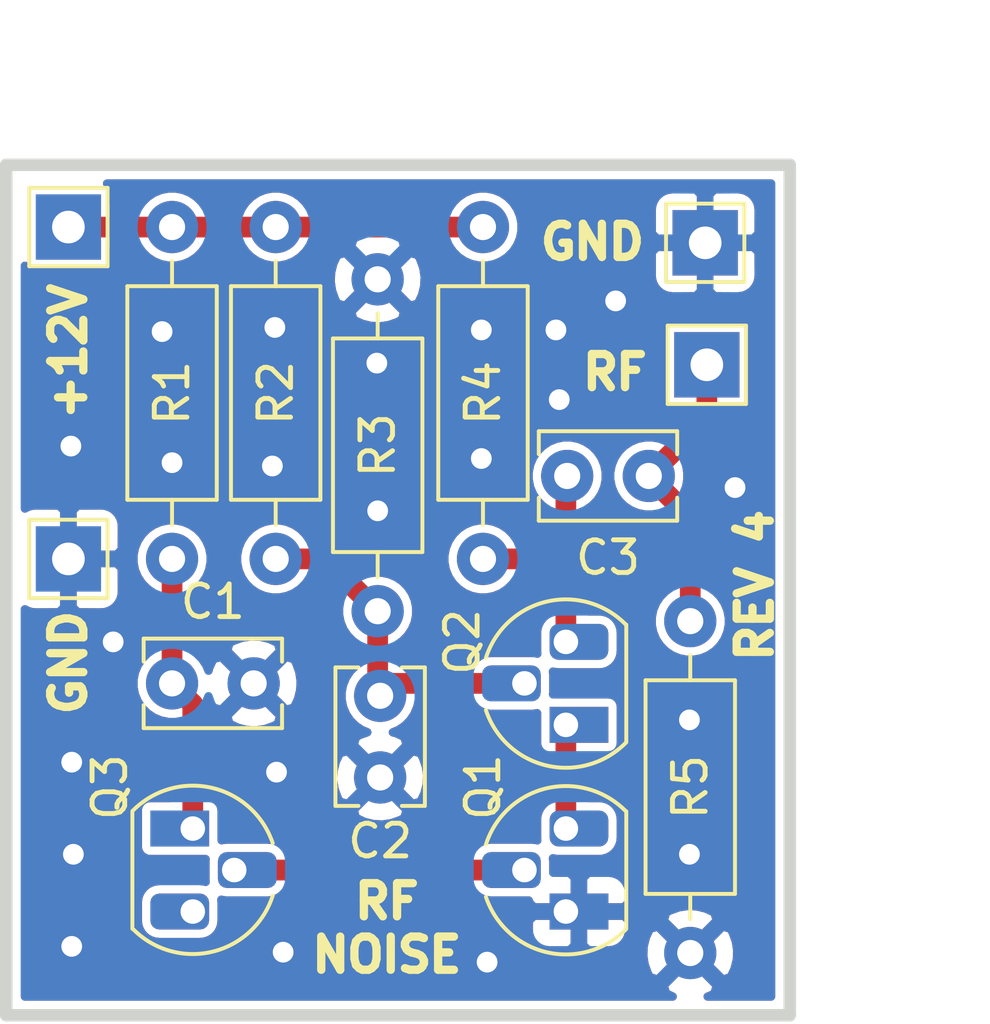
<source format=kicad_pcb>
(kicad_pcb (version 20171130) (host pcbnew "(5.1.10)-1")

  (general
    (thickness 1.6002)
    (drawings 12)
    (tracks 48)
    (zones 0)
    (modules 15)
    (nets 9)
  )

  (page A)
  (title_block
    (title "NOISE GENERATOR")
    (date 2021-09-10)
    (rev 2)
    (company "Land Boards LLC")
  )

  (layers
    (0 Front signal)
    (31 Back signal)
    (36 B.SilkS user)
    (37 F.SilkS user)
    (38 B.Mask user)
    (39 F.Mask user)
    (40 Dwgs.User user)
    (44 Edge.Cuts user)
    (45 Margin user)
    (46 B.CrtYd user hide)
    (47 F.CrtYd user hide)
  )

  (setup
    (last_trace_width 0.635)
    (user_trace_width 0.3048)
    (user_trace_width 0.381)
    (user_trace_width 0.635)
    (trace_clearance 0.254)
    (zone_clearance 0.254)
    (zone_45_only no)
    (trace_min 0.2032)
    (via_size 0.889)
    (via_drill 0.635)
    (via_min_size 0.889)
    (via_min_drill 0.508)
    (uvia_size 0.508)
    (uvia_drill 0.127)
    (uvias_allowed no)
    (uvia_min_size 0.508)
    (uvia_min_drill 0.127)
    (edge_width 0.381)
    (segment_width 0.381)
    (pcb_text_width 0.3048)
    (pcb_text_size 1.524 2.032)
    (mod_edge_width 0.381)
    (mod_text_size 1.524 1.524)
    (mod_text_width 0.3048)
    (pad_size 2 2)
    (pad_drill 1)
    (pad_to_mask_clearance 0)
    (aux_axis_origin 147.32 73.8124)
    (grid_origin 0.02 0.0124)
    (visible_elements 7FFFEB7F)
    (pcbplotparams
      (layerselection 0x010f0_ffffffff)
      (usegerberextensions false)
      (usegerberattributes false)
      (usegerberadvancedattributes false)
      (creategerberjobfile false)
      (excludeedgelayer true)
      (linewidth 0.150000)
      (plotframeref false)
      (viasonmask false)
      (mode 1)
      (useauxorigin false)
      (hpglpennumber 1)
      (hpglpenspeed 20)
      (hpglpendiameter 15.000000)
      (psnegative false)
      (psa4output false)
      (plotreference true)
      (plotvalue true)
      (plotinvisibletext false)
      (padsonsilk false)
      (subtractmaskfromsilk false)
      (outputformat 1)
      (mirror false)
      (drillshape 0)
      (scaleselection 1)
      (outputdirectory "plots/"))
  )

  (net 0 "")
  (net 1 GND)
  (net 2 /N1)
  (net 3 /N4)
  (net 4 /N3)
  (net 5 /N6)
  (net 6 /N5)
  (net 7 /+12V)
  (net 8 /N2)

  (net_class Default "This is the default net class."
    (clearance 0.254)
    (trace_width 0.2032)
    (via_dia 0.889)
    (via_drill 0.635)
    (uvia_dia 0.508)
    (uvia_drill 0.127)
    (diff_pair_width 0.2032)
    (diff_pair_gap 0.25)
    (add_net /+12V)
    (add_net /N1)
    (add_net /N2)
    (add_net /N3)
    (add_net /N4)
    (add_net /N5)
    (add_net /N6)
    (add_net GND)
  )

  (module TestPoint:TestPoint_THTPad_2.0x2.0mm_Drill1.0mm (layer Front) (tedit 5A0F774F) (tstamp 615797AD)
    (at 46.248 35.9788)
    (descr "THT rectangular pad as test Point, square 2.0mm_Drill1.0mm  side length, hole diameter 1.0mm")
    (tags "test point THT pad rectangle square")
    (path /6157BDF0)
    (attr virtual)
    (fp_text reference TP1 (at 0 -1.998) (layer F.SilkS) hide
      (effects (font (size 1 1) (thickness 0.15)))
    )
    (fp_text value TestPoint (at 0 2.05) (layer F.Fab)
      (effects (font (size 1 1) (thickness 0.15)))
    )
    (fp_line (start -1.2 -1.2) (end 1.2 -1.2) (layer F.SilkS) (width 0.12))
    (fp_line (start 1.2 -1.2) (end 1.2 1.2) (layer F.SilkS) (width 0.12))
    (fp_line (start 1.2 1.2) (end -1.2 1.2) (layer F.SilkS) (width 0.12))
    (fp_line (start -1.2 1.2) (end -1.2 -1.2) (layer F.SilkS) (width 0.12))
    (fp_line (start -1.5 -1.5) (end 1.5 -1.5) (layer F.CrtYd) (width 0.05))
    (fp_line (start -1.5 -1.5) (end -1.5 1.5) (layer F.CrtYd) (width 0.05))
    (fp_line (start 1.5 1.5) (end 1.5 -1.5) (layer F.CrtYd) (width 0.05))
    (fp_line (start 1.5 1.5) (end -1.5 1.5) (layer F.CrtYd) (width 0.05))
    (fp_text user %R (at 0 -2) (layer F.Fab)
      (effects (font (size 1 1) (thickness 0.15)))
    )
    (pad 1 thru_hole rect (at 0 0) (size 2 2) (drill 1) (layers *.Cu *.Mask)
      (net 5 /N6))
  )

  (module Capacitor_THT:C_Rect_L4.0mm_W2.5mm_P2.50mm (layer Front) (tedit 5AE50EF0) (tstamp 613BE5DB)
    (at 29.865 45.7324)
    (descr "C, Rect series, Radial, pin pitch=2.50mm, , length*width=4*2.5mm^2, Capacitor")
    (tags "C Rect series Radial pin pitch 2.50mm  length 4mm width 2.5mm Capacitor")
    (path /6120F78B)
    (fp_text reference C1 (at 1.25 -2.5) (layer F.SilkS)
      (effects (font (size 1 1) (thickness 0.15)))
    )
    (fp_text value 0.1uF (at 1.25 2.5) (layer F.Fab)
      (effects (font (size 1 1) (thickness 0.15)))
    )
    (fp_line (start 3.55 -1.5) (end -1.05 -1.5) (layer F.CrtYd) (width 0.05))
    (fp_line (start 3.55 1.5) (end 3.55 -1.5) (layer F.CrtYd) (width 0.05))
    (fp_line (start -1.05 1.5) (end 3.55 1.5) (layer F.CrtYd) (width 0.05))
    (fp_line (start -1.05 -1.5) (end -1.05 1.5) (layer F.CrtYd) (width 0.05))
    (fp_line (start 3.37 0.665) (end 3.37 1.37) (layer F.SilkS) (width 0.12))
    (fp_line (start 3.37 -1.37) (end 3.37 -0.665) (layer F.SilkS) (width 0.12))
    (fp_line (start -0.87 0.665) (end -0.87 1.37) (layer F.SilkS) (width 0.12))
    (fp_line (start -0.87 -1.37) (end -0.87 -0.665) (layer F.SilkS) (width 0.12))
    (fp_line (start -0.87 1.37) (end 3.37 1.37) (layer F.SilkS) (width 0.12))
    (fp_line (start -0.87 -1.37) (end 3.37 -1.37) (layer F.SilkS) (width 0.12))
    (fp_line (start 3.25 -1.25) (end -0.75 -1.25) (layer F.Fab) (width 0.1))
    (fp_line (start 3.25 1.25) (end 3.25 -1.25) (layer F.Fab) (width 0.1))
    (fp_line (start -0.75 1.25) (end 3.25 1.25) (layer F.Fab) (width 0.1))
    (fp_line (start -0.75 -1.25) (end -0.75 1.25) (layer F.Fab) (width 0.1))
    (fp_text user %R (at 1.25 0) (layer F.Fab)
      (effects (font (size 0.8 0.8) (thickness 0.12)))
    )
    (pad 1 thru_hole circle (at 0 0) (size 1.6 1.6) (drill 0.8) (layers *.Cu *.Mask)
      (net 2 /N1))
    (pad 2 thru_hole circle (at 2.5 0) (size 1.6 1.6) (drill 0.8) (layers *.Cu *.Mask)
      (net 1 GND))
    (model ${KISYS3DMOD}/Capacitor_THT.3dshapes/C_Rect_L4.0mm_W2.5mm_P2.50mm.wrl
      (at (xyz 0 0 0))
      (scale (xyz 1 1 1))
      (rotate (xyz 0 0 0))
    )
  )

  (module Capacitor_THT:C_Rect_L4.0mm_W2.5mm_P2.50mm (layer Front) (tedit 5AE50EF0) (tstamp 613BE5F0)
    (at 36.2404 46.1134 270)
    (descr "C, Rect series, Radial, pin pitch=2.50mm, , length*width=4*2.5mm^2, Capacitor")
    (tags "C Rect series Radial pin pitch 2.50mm  length 4mm width 2.5mm Capacitor")
    (path /61401D57)
    (fp_text reference C2 (at 4.445 0 180) (layer F.SilkS)
      (effects (font (size 1 1) (thickness 0.15)))
    )
    (fp_text value 0.1uF (at 1.25 2.5 90) (layer F.Fab)
      (effects (font (size 1 1) (thickness 0.15)))
    )
    (fp_line (start -0.75 -1.25) (end -0.75 1.25) (layer F.Fab) (width 0.1))
    (fp_line (start -0.75 1.25) (end 3.25 1.25) (layer F.Fab) (width 0.1))
    (fp_line (start 3.25 1.25) (end 3.25 -1.25) (layer F.Fab) (width 0.1))
    (fp_line (start 3.25 -1.25) (end -0.75 -1.25) (layer F.Fab) (width 0.1))
    (fp_line (start -0.87 -1.37) (end 3.37 -1.37) (layer F.SilkS) (width 0.12))
    (fp_line (start -0.87 1.37) (end 3.37 1.37) (layer F.SilkS) (width 0.12))
    (fp_line (start -0.87 -1.37) (end -0.87 -0.665) (layer F.SilkS) (width 0.12))
    (fp_line (start -0.87 0.665) (end -0.87 1.37) (layer F.SilkS) (width 0.12))
    (fp_line (start 3.37 -1.37) (end 3.37 -0.665) (layer F.SilkS) (width 0.12))
    (fp_line (start 3.37 0.665) (end 3.37 1.37) (layer F.SilkS) (width 0.12))
    (fp_line (start -1.05 -1.5) (end -1.05 1.5) (layer F.CrtYd) (width 0.05))
    (fp_line (start -1.05 1.5) (end 3.55 1.5) (layer F.CrtYd) (width 0.05))
    (fp_line (start 3.55 1.5) (end 3.55 -1.5) (layer F.CrtYd) (width 0.05))
    (fp_line (start 3.55 -1.5) (end -1.05 -1.5) (layer F.CrtYd) (width 0.05))
    (fp_text user %R (at 1.25 0 90) (layer F.Fab)
      (effects (font (size 0.8 0.8) (thickness 0.12)))
    )
    (pad 2 thru_hole circle (at 2.5 0 270) (size 1.6 1.6) (drill 0.8) (layers *.Cu *.Mask)
      (net 1 GND))
    (pad 1 thru_hole circle (at 0 0 270) (size 1.6 1.6) (drill 0.8) (layers *.Cu *.Mask)
      (net 4 /N3))
    (model ${KISYS3DMOD}/Capacitor_THT.3dshapes/C_Rect_L4.0mm_W2.5mm_P2.50mm.wrl
      (at (xyz 0 0 0))
      (scale (xyz 1 1 1))
      (rotate (xyz 0 0 0))
    )
  )

  (module Capacitor_THT:C_Rect_L4.0mm_W2.5mm_P2.50mm (layer Front) (tedit 5AE50EF0) (tstamp 613BE605)
    (at 44.47 39.3824 180)
    (descr "C, Rect series, Radial, pin pitch=2.50mm, , length*width=4*2.5mm^2, Capacitor")
    (tags "C Rect series Radial pin pitch 2.50mm  length 4mm width 2.5mm Capacitor")
    (path /613F9B61)
    (fp_text reference C3 (at 1.25 -2.5) (layer F.SilkS)
      (effects (font (size 1 1) (thickness 0.15)))
    )
    (fp_text value 0.1uF (at 1.25 2.5) (layer F.Fab)
      (effects (font (size 1 1) (thickness 0.15)))
    )
    (fp_line (start 3.55 -1.5) (end -1.05 -1.5) (layer F.CrtYd) (width 0.05))
    (fp_line (start 3.55 1.5) (end 3.55 -1.5) (layer F.CrtYd) (width 0.05))
    (fp_line (start -1.05 1.5) (end 3.55 1.5) (layer F.CrtYd) (width 0.05))
    (fp_line (start -1.05 -1.5) (end -1.05 1.5) (layer F.CrtYd) (width 0.05))
    (fp_line (start 3.37 0.665) (end 3.37 1.37) (layer F.SilkS) (width 0.12))
    (fp_line (start 3.37 -1.37) (end 3.37 -0.665) (layer F.SilkS) (width 0.12))
    (fp_line (start -0.87 0.665) (end -0.87 1.37) (layer F.SilkS) (width 0.12))
    (fp_line (start -0.87 -1.37) (end -0.87 -0.665) (layer F.SilkS) (width 0.12))
    (fp_line (start -0.87 1.37) (end 3.37 1.37) (layer F.SilkS) (width 0.12))
    (fp_line (start -0.87 -1.37) (end 3.37 -1.37) (layer F.SilkS) (width 0.12))
    (fp_line (start 3.25 -1.25) (end -0.75 -1.25) (layer F.Fab) (width 0.1))
    (fp_line (start 3.25 1.25) (end 3.25 -1.25) (layer F.Fab) (width 0.1))
    (fp_line (start -0.75 1.25) (end 3.25 1.25) (layer F.Fab) (width 0.1))
    (fp_line (start -0.75 -1.25) (end -0.75 1.25) (layer F.Fab) (width 0.1))
    (fp_text user %R (at 1.25 0) (layer F.Fab)
      (effects (font (size 0.8 0.8) (thickness 0.12)))
    )
    (pad 1 thru_hole circle (at 0 0 180) (size 1.6 1.6) (drill 0.8) (layers *.Cu *.Mask)
      (net 5 /N6))
    (pad 2 thru_hole circle (at 2.5 0 180) (size 1.6 1.6) (drill 0.8) (layers *.Cu *.Mask)
      (net 3 /N4))
    (model ${KISYS3DMOD}/Capacitor_THT.3dshapes/C_Rect_L4.0mm_W2.5mm_P2.50mm.wrl
      (at (xyz 0 0 0))
      (scale (xyz 1 1 1))
      (rotate (xyz 0 0 0))
    )
  )

  (module Package_TO_SOT_THT:TO-92_HandSolder (layer Front) (tedit 5A282C46) (tstamp 613BE62C)
    (at 41.93 52.7174 90)
    (descr "TO-92 leads molded, narrow, drill 0.75mm, handsoldering variant with enlarged pads (see NXP sot054_po.pdf)")
    (tags "to-92 sc-43 sc-43a sot54 PA33 transistor")
    (path /611EC0AC)
    (fp_text reference Q1 (at 3.81 -2.54 270) (layer F.SilkS)
      (effects (font (size 1 1) (thickness 0.15)))
    )
    (fp_text value 2N3904 (at 1.27 2.79 90) (layer F.Fab)
      (effects (font (size 1 1) (thickness 0.15)))
    )
    (fp_line (start -0.53 1.85) (end 3.07 1.85) (layer F.SilkS) (width 0.12))
    (fp_line (start -0.5 1.75) (end 3 1.75) (layer F.Fab) (width 0.1))
    (fp_line (start -1.46 -3.05) (end 4 -3.05) (layer F.CrtYd) (width 0.05))
    (fp_line (start -1.46 -3.05) (end -1.46 2.01) (layer F.CrtYd) (width 0.05))
    (fp_line (start 4 2.01) (end 4 -3.05) (layer F.CrtYd) (width 0.05))
    (fp_line (start 4 2.01) (end -1.46 2.01) (layer F.CrtYd) (width 0.05))
    (fp_arc (start 1.27 0) (end 2.05 -2.45) (angle 117.6433766) (layer F.SilkS) (width 0.12))
    (fp_arc (start 1.27 0) (end 1.27 -2.48) (angle -135) (layer F.Fab) (width 0.1))
    (fp_arc (start 1.27 0) (end 0.45 -2.45) (angle -116.9632683) (layer F.SilkS) (width 0.12))
    (fp_arc (start 1.27 0) (end 1.27 -2.48) (angle 135) (layer F.Fab) (width 0.1))
    (fp_text user %R (at 1.27 0 90) (layer F.Fab)
      (effects (font (size 1 1) (thickness 0.15)))
    )
    (pad 1 thru_hole rect (at 0 0 90) (size 1.1 1.8) (drill 0.75 (offset 0 0.4)) (layers *.Cu *.Mask)
      (net 1 GND))
    (pad 3 thru_hole roundrect (at 2.54 0 90) (size 1.1 1.8) (drill 0.75 (offset 0 0.4)) (layers *.Cu *.Mask) (roundrect_rratio 0.25)
      (net 6 /N5))
    (pad 2 thru_hole roundrect (at 1.27 -1.27 90) (size 1.1 1.8) (drill 0.75 (offset 0 -0.4)) (layers *.Cu *.Mask) (roundrect_rratio 0.25)
      (net 8 /N2))
    (model ${KISYS3DMOD}/Package_TO_SOT_THT.3dshapes/TO-92.wrl
      (at (xyz 0 0 0))
      (scale (xyz 1 1 1))
      (rotate (xyz 0 0 0))
    )
  )

  (module Package_TO_SOT_THT:TO-92_HandSolder (layer Front) (tedit 5A282C46) (tstamp 613BE63E)
    (at 41.93 47.0024 90)
    (descr "TO-92 leads molded, narrow, drill 0.75mm, handsoldering variant with enlarged pads (see NXP sot054_po.pdf)")
    (tags "to-92 sc-43 sc-43a sot54 PA33 transistor")
    (path /611ECF68)
    (fp_text reference Q2 (at 2.54 -3.175 90) (layer F.SilkS)
      (effects (font (size 1 1) (thickness 0.15)))
    )
    (fp_text value 2N3904 (at 1.27 2.79 90) (layer F.Fab)
      (effects (font (size 1 1) (thickness 0.15)))
    )
    (fp_line (start 4 2.01) (end -1.46 2.01) (layer F.CrtYd) (width 0.05))
    (fp_line (start 4 2.01) (end 4 -3.05) (layer F.CrtYd) (width 0.05))
    (fp_line (start -1.46 -3.05) (end -1.46 2.01) (layer F.CrtYd) (width 0.05))
    (fp_line (start -1.46 -3.05) (end 4 -3.05) (layer F.CrtYd) (width 0.05))
    (fp_line (start -0.5 1.75) (end 3 1.75) (layer F.Fab) (width 0.1))
    (fp_line (start -0.53 1.85) (end 3.07 1.85) (layer F.SilkS) (width 0.12))
    (fp_text user %R (at 1.27 0 90) (layer F.Fab)
      (effects (font (size 1 1) (thickness 0.15)))
    )
    (fp_arc (start 1.27 0) (end 1.27 -2.48) (angle 135) (layer F.Fab) (width 0.1))
    (fp_arc (start 1.27 0) (end 0.45 -2.45) (angle -116.9632683) (layer F.SilkS) (width 0.12))
    (fp_arc (start 1.27 0) (end 1.27 -2.48) (angle -135) (layer F.Fab) (width 0.1))
    (fp_arc (start 1.27 0) (end 2.05 -2.45) (angle 117.6433766) (layer F.SilkS) (width 0.12))
    (pad 2 thru_hole roundrect (at 1.27 -1.27 90) (size 1.1 1.8) (drill 0.75 (offset 0 -0.4)) (layers *.Cu *.Mask) (roundrect_rratio 0.25)
      (net 4 /N3))
    (pad 3 thru_hole roundrect (at 2.54 0 90) (size 1.1 1.8) (drill 0.75 (offset 0 0.4)) (layers *.Cu *.Mask) (roundrect_rratio 0.25)
      (net 3 /N4))
    (pad 1 thru_hole rect (at 0 0 90) (size 1.1 1.8) (drill 0.75 (offset 0 0.4)) (layers *.Cu *.Mask)
      (net 6 /N5))
    (model ${KISYS3DMOD}/Package_TO_SOT_THT.3dshapes/TO-92.wrl
      (at (xyz 0 0 0))
      (scale (xyz 1 1 1))
      (rotate (xyz 0 0 0))
    )
  )

  (module Package_TO_SOT_THT:TO-92_HandSolder (layer Front) (tedit 5A282C46) (tstamp 613BE650)
    (at 30.5 50.1774 270)
    (descr "TO-92 leads molded, narrow, drill 0.75mm, handsoldering variant with enlarged pads (see NXP sot054_po.pdf)")
    (tags "to-92 sc-43 sc-43a sot54 PA33 transistor")
    (path /613BDFD7)
    (fp_text reference Q3 (at -1.27 2.54 270) (layer F.SilkS)
      (effects (font (size 1 1) (thickness 0.15)))
    )
    (fp_text value 2N3904 (at 1.27 2.79 90) (layer F.Fab)
      (effects (font (size 1 1) (thickness 0.15)))
    )
    (fp_line (start 4 2.01) (end -1.46 2.01) (layer F.CrtYd) (width 0.05))
    (fp_line (start 4 2.01) (end 4 -3.05) (layer F.CrtYd) (width 0.05))
    (fp_line (start -1.46 -3.05) (end -1.46 2.01) (layer F.CrtYd) (width 0.05))
    (fp_line (start -1.46 -3.05) (end 4 -3.05) (layer F.CrtYd) (width 0.05))
    (fp_line (start -0.5 1.75) (end 3 1.75) (layer F.Fab) (width 0.1))
    (fp_line (start -0.53 1.85) (end 3.07 1.85) (layer F.SilkS) (width 0.12))
    (fp_text user %R (at 1.27 0 90) (layer F.Fab)
      (effects (font (size 1 1) (thickness 0.15)))
    )
    (fp_arc (start 1.27 0) (end 1.27 -2.48) (angle 135) (layer F.Fab) (width 0.1))
    (fp_arc (start 1.27 0) (end 0.45 -2.45) (angle -116.9632683) (layer F.SilkS) (width 0.12))
    (fp_arc (start 1.27 0) (end 1.27 -2.48) (angle -135) (layer F.Fab) (width 0.1))
    (fp_arc (start 1.27 0) (end 2.05 -2.45) (angle 117.6433766) (layer F.SilkS) (width 0.12))
    (pad 2 thru_hole roundrect (at 1.27 -1.27 270) (size 1.1 1.8) (drill 0.75 (offset 0 -0.4)) (layers *.Cu *.Mask) (roundrect_rratio 0.25)
      (net 8 /N2))
    (pad 3 thru_hole roundrect (at 2.54 0 270) (size 1.1 1.8) (drill 0.75 (offset 0 0.4)) (layers *.Cu *.Mask) (roundrect_rratio 0.25))
    (pad 1 thru_hole rect (at 0 0 270) (size 1.1 1.8) (drill 0.75 (offset 0 0.4)) (layers *.Cu *.Mask)
      (net 2 /N1))
    (model ${KISYS3DMOD}/Package_TO_SOT_THT.3dshapes/TO-92.wrl
      (at (xyz 0 0 0))
      (scale (xyz 1 1 1))
      (rotate (xyz 0 0 0))
    )
  )

  (module Resistor_THT:R_Axial_DIN0207_L6.3mm_D2.5mm_P10.16mm_Horizontal (layer Front) (tedit 5AE5139B) (tstamp 613BE679)
    (at 29.865 41.9224 90)
    (descr "Resistor, Axial_DIN0207 series, Axial, Horizontal, pin pitch=10.16mm, 0.25W = 1/4W, length*diameter=6.3*2.5mm^2, http://cdn-reichelt.de/documents/datenblatt/B400/1_4W%23YAG.pdf")
    (tags "Resistor Axial_DIN0207 series Axial Horizontal pin pitch 10.16mm 0.25W = 1/4W length 6.3mm diameter 2.5mm")
    (path /613C037F)
    (fp_text reference R1 (at 5.08 0 90) (layer F.SilkS)
      (effects (font (size 1 1) (thickness 0.15)))
    )
    (fp_text value 470K (at 5.08 2.37 90) (layer F.Fab)
      (effects (font (size 1 1) (thickness 0.15)))
    )
    (fp_line (start 1.93 -1.25) (end 1.93 1.25) (layer F.Fab) (width 0.1))
    (fp_line (start 1.93 1.25) (end 8.23 1.25) (layer F.Fab) (width 0.1))
    (fp_line (start 8.23 1.25) (end 8.23 -1.25) (layer F.Fab) (width 0.1))
    (fp_line (start 8.23 -1.25) (end 1.93 -1.25) (layer F.Fab) (width 0.1))
    (fp_line (start 0 0) (end 1.93 0) (layer F.Fab) (width 0.1))
    (fp_line (start 10.16 0) (end 8.23 0) (layer F.Fab) (width 0.1))
    (fp_line (start 1.81 -1.37) (end 1.81 1.37) (layer F.SilkS) (width 0.12))
    (fp_line (start 1.81 1.37) (end 8.35 1.37) (layer F.SilkS) (width 0.12))
    (fp_line (start 8.35 1.37) (end 8.35 -1.37) (layer F.SilkS) (width 0.12))
    (fp_line (start 8.35 -1.37) (end 1.81 -1.37) (layer F.SilkS) (width 0.12))
    (fp_line (start 1.04 0) (end 1.81 0) (layer F.SilkS) (width 0.12))
    (fp_line (start 9.12 0) (end 8.35 0) (layer F.SilkS) (width 0.12))
    (fp_line (start -1.05 -1.5) (end -1.05 1.5) (layer F.CrtYd) (width 0.05))
    (fp_line (start -1.05 1.5) (end 11.21 1.5) (layer F.CrtYd) (width 0.05))
    (fp_line (start 11.21 1.5) (end 11.21 -1.5) (layer F.CrtYd) (width 0.05))
    (fp_line (start 11.21 -1.5) (end -1.05 -1.5) (layer F.CrtYd) (width 0.05))
    (fp_text user %R (at 5.08 0 90) (layer F.Fab)
      (effects (font (size 1 1) (thickness 0.15)))
    )
    (pad 2 thru_hole oval (at 10.16 0 90) (size 1.6 1.6) (drill 0.8) (layers *.Cu *.Mask)
      (net 7 /+12V))
    (pad 1 thru_hole circle (at 0 0 90) (size 1.6 1.6) (drill 0.8) (layers *.Cu *.Mask)
      (net 2 /N1))
    (model ${KISYS3DMOD}/Resistor_THT.3dshapes/R_Axial_DIN0207_L6.3mm_D2.5mm_P10.16mm_Horizontal.wrl
      (at (xyz 0 0 0))
      (scale (xyz 1 1 1))
      (rotate (xyz 0 0 0))
    )
  )

  (module Resistor_THT:R_Axial_DIN0207_L6.3mm_D2.5mm_P10.16mm_Horizontal (layer Front) (tedit 5AE5139B) (tstamp 613BE690)
    (at 33.04 41.9224 90)
    (descr "Resistor, Axial_DIN0207 series, Axial, Horizontal, pin pitch=10.16mm, 0.25W = 1/4W, length*diameter=6.3*2.5mm^2, http://cdn-reichelt.de/documents/datenblatt/B400/1_4W%23YAG.pdf")
    (tags "Resistor Axial_DIN0207 series Axial Horizontal pin pitch 10.16mm 0.25W = 1/4W length 6.3mm diameter 2.5mm")
    (path /613E57D0)
    (fp_text reference R2 (at 5.08 0 90) (layer F.SilkS)
      (effects (font (size 1 1) (thickness 0.15)))
    )
    (fp_text value 100K (at 5.08 2.37 90) (layer F.Fab)
      (effects (font (size 1 1) (thickness 0.15)))
    )
    (fp_line (start 11.21 -1.5) (end -1.05 -1.5) (layer F.CrtYd) (width 0.05))
    (fp_line (start 11.21 1.5) (end 11.21 -1.5) (layer F.CrtYd) (width 0.05))
    (fp_line (start -1.05 1.5) (end 11.21 1.5) (layer F.CrtYd) (width 0.05))
    (fp_line (start -1.05 -1.5) (end -1.05 1.5) (layer F.CrtYd) (width 0.05))
    (fp_line (start 9.12 0) (end 8.35 0) (layer F.SilkS) (width 0.12))
    (fp_line (start 1.04 0) (end 1.81 0) (layer F.SilkS) (width 0.12))
    (fp_line (start 8.35 -1.37) (end 1.81 -1.37) (layer F.SilkS) (width 0.12))
    (fp_line (start 8.35 1.37) (end 8.35 -1.37) (layer F.SilkS) (width 0.12))
    (fp_line (start 1.81 1.37) (end 8.35 1.37) (layer F.SilkS) (width 0.12))
    (fp_line (start 1.81 -1.37) (end 1.81 1.37) (layer F.SilkS) (width 0.12))
    (fp_line (start 10.16 0) (end 8.23 0) (layer F.Fab) (width 0.1))
    (fp_line (start 0 0) (end 1.93 0) (layer F.Fab) (width 0.1))
    (fp_line (start 8.23 -1.25) (end 1.93 -1.25) (layer F.Fab) (width 0.1))
    (fp_line (start 8.23 1.25) (end 8.23 -1.25) (layer F.Fab) (width 0.1))
    (fp_line (start 1.93 1.25) (end 8.23 1.25) (layer F.Fab) (width 0.1))
    (fp_line (start 1.93 -1.25) (end 1.93 1.25) (layer F.Fab) (width 0.1))
    (fp_text user %R (at 5.08 0 90) (layer F.Fab)
      (effects (font (size 1 1) (thickness 0.15)))
    )
    (pad 1 thru_hole circle (at 0 0 90) (size 1.6 1.6) (drill 0.8) (layers *.Cu *.Mask)
      (net 4 /N3))
    (pad 2 thru_hole oval (at 10.16 0 90) (size 1.6 1.6) (drill 0.8) (layers *.Cu *.Mask)
      (net 7 /+12V))
    (model ${KISYS3DMOD}/Resistor_THT.3dshapes/R_Axial_DIN0207_L6.3mm_D2.5mm_P10.16mm_Horizontal.wrl
      (at (xyz 0 0 0))
      (scale (xyz 1 1 1))
      (rotate (xyz 0 0 0))
    )
  )

  (module Resistor_THT:R_Axial_DIN0207_L6.3mm_D2.5mm_P10.16mm_Horizontal (layer Front) (tedit 5AE5139B) (tstamp 613BE6A7)
    (at 36.1642 33.3626 270)
    (descr "Resistor, Axial_DIN0207 series, Axial, Horizontal, pin pitch=10.16mm, 0.25W = 1/4W, length*diameter=6.3*2.5mm^2, http://cdn-reichelt.de/documents/datenblatt/B400/1_4W%23YAG.pdf")
    (tags "Resistor Axial_DIN0207 series Axial Horizontal pin pitch 10.16mm 0.25W = 1/4W length 6.3mm diameter 2.5mm")
    (path /613E3D87)
    (fp_text reference R3 (at 5.08 0 90) (layer F.SilkS)
      (effects (font (size 1 1) (thickness 0.15)))
    )
    (fp_text value 150K (at 5.08 2.37 90) (layer F.Fab)
      (effects (font (size 1 1) (thickness 0.15)))
    )
    (fp_line (start 1.93 -1.25) (end 1.93 1.25) (layer F.Fab) (width 0.1))
    (fp_line (start 1.93 1.25) (end 8.23 1.25) (layer F.Fab) (width 0.1))
    (fp_line (start 8.23 1.25) (end 8.23 -1.25) (layer F.Fab) (width 0.1))
    (fp_line (start 8.23 -1.25) (end 1.93 -1.25) (layer F.Fab) (width 0.1))
    (fp_line (start 0 0) (end 1.93 0) (layer F.Fab) (width 0.1))
    (fp_line (start 10.16 0) (end 8.23 0) (layer F.Fab) (width 0.1))
    (fp_line (start 1.81 -1.37) (end 1.81 1.37) (layer F.SilkS) (width 0.12))
    (fp_line (start 1.81 1.37) (end 8.35 1.37) (layer F.SilkS) (width 0.12))
    (fp_line (start 8.35 1.37) (end 8.35 -1.37) (layer F.SilkS) (width 0.12))
    (fp_line (start 8.35 -1.37) (end 1.81 -1.37) (layer F.SilkS) (width 0.12))
    (fp_line (start 1.04 0) (end 1.81 0) (layer F.SilkS) (width 0.12))
    (fp_line (start 9.12 0) (end 8.35 0) (layer F.SilkS) (width 0.12))
    (fp_line (start -1.05 -1.5) (end -1.05 1.5) (layer F.CrtYd) (width 0.05))
    (fp_line (start -1.05 1.5) (end 11.21 1.5) (layer F.CrtYd) (width 0.05))
    (fp_line (start 11.21 1.5) (end 11.21 -1.5) (layer F.CrtYd) (width 0.05))
    (fp_line (start 11.21 -1.5) (end -1.05 -1.5) (layer F.CrtYd) (width 0.05))
    (fp_text user %R (at 5.08 0 90) (layer F.Fab)
      (effects (font (size 1 1) (thickness 0.15)))
    )
    (pad 2 thru_hole oval (at 10.16 0 270) (size 1.6 1.6) (drill 0.8) (layers *.Cu *.Mask)
      (net 4 /N3))
    (pad 1 thru_hole circle (at 0 0 270) (size 1.6 1.6) (drill 0.8) (layers *.Cu *.Mask)
      (net 1 GND))
    (model ${KISYS3DMOD}/Resistor_THT.3dshapes/R_Axial_DIN0207_L6.3mm_D2.5mm_P10.16mm_Horizontal.wrl
      (at (xyz 0 0 0))
      (scale (xyz 1 1 1))
      (rotate (xyz 0 0 0))
    )
  )

  (module Resistor_THT:R_Axial_DIN0207_L6.3mm_D2.5mm_P10.16mm_Horizontal (layer Front) (tedit 5AE5139B) (tstamp 613BE6BE)
    (at 39.39 41.9224 90)
    (descr "Resistor, Axial_DIN0207 series, Axial, Horizontal, pin pitch=10.16mm, 0.25W = 1/4W, length*diameter=6.3*2.5mm^2, http://cdn-reichelt.de/documents/datenblatt/B400/1_4W%23YAG.pdf")
    (tags "Resistor Axial_DIN0207 series Axial Horizontal pin pitch 10.16mm 0.25W = 1/4W length 6.3mm diameter 2.5mm")
    (path /613D96B0)
    (fp_text reference R4 (at 5.08 0 90) (layer F.SilkS)
      (effects (font (size 1 1) (thickness 0.15)))
    )
    (fp_text value 560 (at 5.08 2.37 90) (layer F.Fab)
      (effects (font (size 1 1) (thickness 0.15)))
    )
    (fp_line (start 11.21 -1.5) (end -1.05 -1.5) (layer F.CrtYd) (width 0.05))
    (fp_line (start 11.21 1.5) (end 11.21 -1.5) (layer F.CrtYd) (width 0.05))
    (fp_line (start -1.05 1.5) (end 11.21 1.5) (layer F.CrtYd) (width 0.05))
    (fp_line (start -1.05 -1.5) (end -1.05 1.5) (layer F.CrtYd) (width 0.05))
    (fp_line (start 9.12 0) (end 8.35 0) (layer F.SilkS) (width 0.12))
    (fp_line (start 1.04 0) (end 1.81 0) (layer F.SilkS) (width 0.12))
    (fp_line (start 8.35 -1.37) (end 1.81 -1.37) (layer F.SilkS) (width 0.12))
    (fp_line (start 8.35 1.37) (end 8.35 -1.37) (layer F.SilkS) (width 0.12))
    (fp_line (start 1.81 1.37) (end 8.35 1.37) (layer F.SilkS) (width 0.12))
    (fp_line (start 1.81 -1.37) (end 1.81 1.37) (layer F.SilkS) (width 0.12))
    (fp_line (start 10.16 0) (end 8.23 0) (layer F.Fab) (width 0.1))
    (fp_line (start 0 0) (end 1.93 0) (layer F.Fab) (width 0.1))
    (fp_line (start 8.23 -1.25) (end 1.93 -1.25) (layer F.Fab) (width 0.1))
    (fp_line (start 8.23 1.25) (end 8.23 -1.25) (layer F.Fab) (width 0.1))
    (fp_line (start 1.93 1.25) (end 8.23 1.25) (layer F.Fab) (width 0.1))
    (fp_line (start 1.93 -1.25) (end 1.93 1.25) (layer F.Fab) (width 0.1))
    (fp_text user %R (at 5.08 0 90) (layer F.Fab)
      (effects (font (size 1 1) (thickness 0.15)))
    )
    (pad 1 thru_hole circle (at 0 0 90) (size 1.6 1.6) (drill 0.8) (layers *.Cu *.Mask)
      (net 3 /N4))
    (pad 2 thru_hole oval (at 10.16 0 90) (size 1.6 1.6) (drill 0.8) (layers *.Cu *.Mask)
      (net 7 /+12V))
    (model ${KISYS3DMOD}/Resistor_THT.3dshapes/R_Axial_DIN0207_L6.3mm_D2.5mm_P10.16mm_Horizontal.wrl
      (at (xyz 0 0 0))
      (scale (xyz 1 1 1))
      (rotate (xyz 0 0 0))
    )
  )

  (module Resistor_THT:R_Axial_DIN0207_L6.3mm_D2.5mm_P10.16mm_Horizontal (layer Front) (tedit 5AE5139B) (tstamp 613BE6EC)
    (at 45.74 53.9874 90)
    (descr "Resistor, Axial_DIN0207 series, Axial, Horizontal, pin pitch=10.16mm, 0.25W = 1/4W, length*diameter=6.3*2.5mm^2, http://cdn-reichelt.de/documents/datenblatt/B400/1_4W%23YAG.pdf")
    (tags "Resistor Axial_DIN0207 series Axial Horizontal pin pitch 10.16mm 0.25W = 1/4W length 6.3mm diameter 2.5mm")
    (path /613F8141)
    (fp_text reference R5 (at 5.08 0 90) (layer F.SilkS)
      (effects (font (size 1 1) (thickness 0.15)))
    )
    (fp_text value 100K (at 5.08 2.37 90) (layer F.Fab)
      (effects (font (size 1 1) (thickness 0.15)))
    )
    (fp_line (start 11.21 -1.5) (end -1.05 -1.5) (layer F.CrtYd) (width 0.05))
    (fp_line (start 11.21 1.5) (end 11.21 -1.5) (layer F.CrtYd) (width 0.05))
    (fp_line (start -1.05 1.5) (end 11.21 1.5) (layer F.CrtYd) (width 0.05))
    (fp_line (start -1.05 -1.5) (end -1.05 1.5) (layer F.CrtYd) (width 0.05))
    (fp_line (start 9.12 0) (end 8.35 0) (layer F.SilkS) (width 0.12))
    (fp_line (start 1.04 0) (end 1.81 0) (layer F.SilkS) (width 0.12))
    (fp_line (start 8.35 -1.37) (end 1.81 -1.37) (layer F.SilkS) (width 0.12))
    (fp_line (start 8.35 1.37) (end 8.35 -1.37) (layer F.SilkS) (width 0.12))
    (fp_line (start 1.81 1.37) (end 8.35 1.37) (layer F.SilkS) (width 0.12))
    (fp_line (start 1.81 -1.37) (end 1.81 1.37) (layer F.SilkS) (width 0.12))
    (fp_line (start 10.16 0) (end 8.23 0) (layer F.Fab) (width 0.1))
    (fp_line (start 0 0) (end 1.93 0) (layer F.Fab) (width 0.1))
    (fp_line (start 8.23 -1.25) (end 1.93 -1.25) (layer F.Fab) (width 0.1))
    (fp_line (start 8.23 1.25) (end 8.23 -1.25) (layer F.Fab) (width 0.1))
    (fp_line (start 1.93 1.25) (end 8.23 1.25) (layer F.Fab) (width 0.1))
    (fp_line (start 1.93 -1.25) (end 1.93 1.25) (layer F.Fab) (width 0.1))
    (fp_text user %R (at 5.08 0 90) (layer F.Fab)
      (effects (font (size 1 1) (thickness 0.15)))
    )
    (pad 1 thru_hole circle (at 0 0 90) (size 1.6 1.6) (drill 0.8) (layers *.Cu *.Mask)
      (net 1 GND))
    (pad 2 thru_hole oval (at 10.16 0 90) (size 1.6 1.6) (drill 0.8) (layers *.Cu *.Mask)
      (net 5 /N6))
    (model ${KISYS3DMOD}/Resistor_THT.3dshapes/R_Axial_DIN0207_L6.3mm_D2.5mm_P10.16mm_Horizontal.wrl
      (at (xyz 0 0 0))
      (scale (xyz 1 1 1))
      (rotate (xyz 0 0 0))
    )
  )

  (module TestPoint:TestPoint_THTPad_2.0x2.0mm_Drill1.0mm (layer Front) (tedit 5A0F774F) (tstamp 613BE71F)
    (at 26.69 31.7624)
    (descr "THT rectangular pad as test Point, square 2.0mm_Drill1.0mm  side length, hole diameter 1.0mm")
    (tags "test point THT pad rectangle square")
    (path /6120FEFA)
    (attr virtual)
    (fp_text reference TP2 (at 0 1.905) (layer F.SilkS) hide
      (effects (font (size 1 1) (thickness 0.15)))
    )
    (fp_text value TestPoint (at 0 2.05) (layer F.Fab)
      (effects (font (size 1 1) (thickness 0.15)))
    )
    (fp_line (start -1.2 -1.2) (end 1.2 -1.2) (layer F.SilkS) (width 0.12))
    (fp_line (start 1.2 -1.2) (end 1.2 1.2) (layer F.SilkS) (width 0.12))
    (fp_line (start 1.2 1.2) (end -1.2 1.2) (layer F.SilkS) (width 0.12))
    (fp_line (start -1.2 1.2) (end -1.2 -1.2) (layer F.SilkS) (width 0.12))
    (fp_line (start -1.5 -1.5) (end 1.5 -1.5) (layer F.CrtYd) (width 0.05))
    (fp_line (start -1.5 -1.5) (end -1.5 1.5) (layer F.CrtYd) (width 0.05))
    (fp_line (start 1.5 1.5) (end 1.5 -1.5) (layer F.CrtYd) (width 0.05))
    (fp_line (start 1.5 1.5) (end -1.5 1.5) (layer F.CrtYd) (width 0.05))
    (fp_text user %R (at 0 -2) (layer F.Fab)
      (effects (font (size 1 1) (thickness 0.15)))
    )
    (pad 1 thru_hole rect (at 0 0) (size 2 2) (drill 1) (layers *.Cu *.Mask)
      (net 7 /+12V))
  )

  (module TestPoint:TestPoint_THTPad_2.0x2.0mm_Drill1.0mm (layer Front) (tedit 5A0F774F) (tstamp 613BE72D)
    (at 26.69 41.9224)
    (descr "THT rectangular pad as test Point, square 2.0mm_Drill1.0mm  side length, hole diameter 1.0mm")
    (tags "test point THT pad rectangle square")
    (path /612121CD)
    (attr virtual)
    (fp_text reference TP3 (at 0 -1.998) (layer F.SilkS) hide
      (effects (font (size 1 1) (thickness 0.15)))
    )
    (fp_text value TestPoint (at 0 2.05) (layer F.Fab)
      (effects (font (size 1 1) (thickness 0.15)))
    )
    (fp_line (start 1.5 1.5) (end -1.5 1.5) (layer F.CrtYd) (width 0.05))
    (fp_line (start 1.5 1.5) (end 1.5 -1.5) (layer F.CrtYd) (width 0.05))
    (fp_line (start -1.5 -1.5) (end -1.5 1.5) (layer F.CrtYd) (width 0.05))
    (fp_line (start -1.5 -1.5) (end 1.5 -1.5) (layer F.CrtYd) (width 0.05))
    (fp_line (start -1.2 1.2) (end -1.2 -1.2) (layer F.SilkS) (width 0.12))
    (fp_line (start 1.2 1.2) (end -1.2 1.2) (layer F.SilkS) (width 0.12))
    (fp_line (start 1.2 -1.2) (end 1.2 1.2) (layer F.SilkS) (width 0.12))
    (fp_line (start -1.2 -1.2) (end 1.2 -1.2) (layer F.SilkS) (width 0.12))
    (fp_text user %R (at 0 -2) (layer F.Fab)
      (effects (font (size 1 1) (thickness 0.15)))
    )
    (pad 1 thru_hole rect (at 0 0) (size 2 2) (drill 1) (layers *.Cu *.Mask)
      (net 1 GND))
  )

  (module TestPoint:TestPoint_THTPad_2.0x2.0mm_Drill1.0mm (layer Front) (tedit 5A0F774F) (tstamp 613BE73B)
    (at 46.1972 32.245)
    (descr "THT rectangular pad as test Point, square 2.0mm_Drill1.0mm  side length, hole diameter 1.0mm")
    (tags "test point THT pad rectangle square")
    (path /612138D7)
    (attr virtual)
    (fp_text reference TP4 (at 0 -1.998) (layer F.SilkS) hide
      (effects (font (size 1 1) (thickness 0.15)))
    )
    (fp_text value TestPoint (at 0 2.05) (layer F.Fab)
      (effects (font (size 1 1) (thickness 0.15)))
    )
    (fp_line (start -1.2 -1.2) (end 1.2 -1.2) (layer F.SilkS) (width 0.12))
    (fp_line (start 1.2 -1.2) (end 1.2 1.2) (layer F.SilkS) (width 0.12))
    (fp_line (start 1.2 1.2) (end -1.2 1.2) (layer F.SilkS) (width 0.12))
    (fp_line (start -1.2 1.2) (end -1.2 -1.2) (layer F.SilkS) (width 0.12))
    (fp_line (start -1.5 -1.5) (end 1.5 -1.5) (layer F.CrtYd) (width 0.05))
    (fp_line (start -1.5 -1.5) (end -1.5 1.5) (layer F.CrtYd) (width 0.05))
    (fp_line (start 1.5 1.5) (end 1.5 -1.5) (layer F.CrtYd) (width 0.05))
    (fp_line (start 1.5 1.5) (end -1.5 1.5) (layer F.CrtYd) (width 0.05))
    (fp_text user %R (at 0 -2) (layer F.Fab)
      (effects (font (size 1 1) (thickness 0.15)))
    )
    (pad 1 thru_hole rect (at 0 0) (size 2 2) (drill 1) (layers *.Cu *.Mask)
      (net 1 GND))
  )

  (gr_text "REV 4" (at 47.7212 42.7352 90) (layer F.SilkS) (tstamp 61584254)
    (effects (font (size 1.016 1.016) (thickness 0.254)))
  )
  (gr_text "RF\nNOISE" (at 36.4436 53.2254) (layer F.SilkS) (tstamp 615841F8)
    (effects (font (size 1.016 1.016) (thickness 0.254)))
  )
  (gr_text RF (at 43.4286 36.2074) (layer F.SilkS) (tstamp 613C11B5)
    (effects (font (size 1.016 1.016) (thickness 0.254)))
  )
  (gr_text GND (at 42.7428 32.2196) (layer F.SilkS) (tstamp 613C0F39)
    (effects (font (size 1.016 1.016) (thickness 0.254)))
  )
  (gr_text GND (at 26.69 45.0974 90) (layer F.SilkS) (tstamp 613C0F08)
    (effects (font (size 1.016 1.016) (thickness 0.254)))
  )
  (gr_text +12V (at 26.69 35.5724 90) (layer F.SilkS)
    (effects (font (size 1.016 1.016) (thickness 0.254)))
  )
  (gr_line (start 24.785 55.8924) (end 24.785 29.8574) (layer Edge.Cuts) (width 0.381) (tstamp 613BFF57))
  (gr_line (start 48.788 55.8924) (end 24.785 55.8924) (layer Edge.Cuts) (width 0.381))
  (gr_line (start 48.788 29.8574) (end 48.788 55.8924) (layer Edge.Cuts) (width 0.381))
  (gr_line (start 24.785 29.8574) (end 48.788 29.8574) (layer Edge.Cuts) (width 0.381))
  (dimension 26.035 (width 0.381) (layer Dwgs.User)
    (gr_text "1.0250 in" (at 53.7988 42.8495 90) (layer Dwgs.User)
      (effects (font (size 1 1) (thickness 0.15)))
    )
    (feature1 (pts (xy 49.8802 29.832) (xy 52.854221 29.832)))
    (feature2 (pts (xy 49.8802 55.867) (xy 52.854221 55.867)))
    (crossbar (pts (xy 52.2678 55.867) (xy 52.2678 29.832)))
    (arrow1a (pts (xy 52.2678 29.832) (xy 52.854221 30.958504)))
    (arrow1b (pts (xy 52.2678 29.832) (xy 51.681379 30.958504)))
    (arrow2a (pts (xy 52.2678 55.867) (xy 52.854221 54.740496)))
    (arrow2b (pts (xy 52.2678 55.867) (xy 51.681379 54.740496)))
  )
  (dimension 24.0792 (width 0.381) (layer Dwgs.User)
    (gr_text "0.9480 in" (at 36.8246 25.2784) (layer Dwgs.User)
      (effects (font (size 1 1) (thickness 0.15)))
    )
    (feature1 (pts (xy 48.8642 28.5874) (xy 48.8642 26.222979)))
    (feature2 (pts (xy 24.785 28.5874) (xy 24.785 26.222979)))
    (crossbar (pts (xy 24.785 26.8094) (xy 48.8642 26.8094)))
    (arrow1a (pts (xy 48.8642 26.8094) (xy 47.737696 27.395821)))
    (arrow1b (pts (xy 48.8642 26.8094) (xy 47.737696 26.222979)))
    (arrow2a (pts (xy 24.785 26.8094) (xy 25.911504 27.395821)))
    (arrow2b (pts (xy 24.785 26.8094) (xy 25.911504 26.222979)))
  )

  (via (at 26.7916 53.7842) (size 0.889) (drill 0.635) (layers Front Back) (net 1))
  (via (at 26.7916 48.1454) (size 0.889) (drill 0.635) (layers Front Back) (net 1))
  (via (at 26.7662 38.468) (size 0.889) (drill 0.635) (layers Front Back) (net 1))
  (via (at 29.5602 34.9628) (size 0.889) (drill 0.635) (layers Front Back) (net 1))
  (via (at 33.0146 34.8358) (size 0.889) (drill 0.635) (layers Front Back) (net 1))
  (via (at 32.9384 39.0776) (size 0.889) (drill 0.635) (layers Front Back) (net 1))
  (via (at 43.454 34.023) (size 0.889) (drill 0.635) (layers Front Back) (net 1))
  (via (at 41.7268 37.0456) (size 0.889) (drill 0.635) (layers Front Back) (net 1))
  (via (at 39.3392 34.912) (size 0.889) (drill 0.635) (layers Front Back) (net 1))
  (via (at 39.3392 38.849) (size 0.889) (drill 0.635) (layers Front Back) (net 1))
  (via (at 45.7146 46.85) (size 0.889) (drill 0.635) (layers Front Back) (net 1))
  (via (at 45.7146 50.9648) (size 0.889) (drill 0.635) (layers Front Back) (net 1))
  (via (at 33.2686 53.962) (size 0.889) (drill 0.635) (layers Front Back) (net 1))
  (via (at 39.517 54.2668) (size 0.889) (drill 0.635) (layers Front Back) (net 1))
  (via (at 33.0654 48.4502) (size 0.889) (drill 0.635) (layers Front Back) (net 1))
  (via (at 36.1388 35.928) (size 0.889) (drill 0.635) (layers Front Back) (net 1))
  (via (at 36.1642 40.4492) (size 0.889) (drill 0.635) (layers Front Back) (net 1))
  (via (at 26.8424 50.9648) (size 0.889) (drill 0.635) (layers Front Back) (net 1))
  (via (at 28.0616 44.4624) (size 0.889) (drill 0.635) (layers Front Back) (net 1))
  (via (at 29.865 38.976) (size 0.889) (drill 0.635) (layers Front Back) (net 1))
  (via (at 41.6252 34.912) (size 0.889) (drill 0.635) (layers Front Back) (net 1))
  (via (at 47.1116 39.738) (size 0.889) (drill 0.635) (layers Front Back) (net 1))
  (segment (start 30.5 46.3674) (end 29.865 45.7324) (width 0.635) (layer Front) (net 2) (status 20))
  (segment (start 30.5 50.1774) (end 30.5 46.3674) (width 0.635) (layer Front) (net 2) (status 10))
  (segment (start 29.865 41.9224) (end 29.865 45.7324) (width 0.635) (layer Front) (net 2) (status 30))
  (segment (start 41.93 44.4624) (end 41.93 43.8274) (width 0.2032) (layer Front) (net 3) (status 10))
  (segment (start 41.93 43.8274) (end 41.97 43.7874) (width 0.2032) (layer Front) (net 3))
  (segment (start 41.93 41.9224) (end 41.97 41.9624) (width 0.2032) (layer Front) (net 3))
  (segment (start 41.97 41.9624) (end 41.97 39.3824) (width 0.2032) (layer Front) (net 3) (status 20))
  (segment (start 41.97 43.7874) (end 41.97 41.9624) (width 0.2032) (layer Front) (net 3))
  (segment (start 41.93 39.4224) (end 41.97 39.3824) (width 0.635) (layer Front) (net 3) (status 30))
  (segment (start 41.93 44.4624) (end 41.93 39.4224) (width 0.635) (layer Front) (net 3) (status 30))
  (segment (start 39.39 41.9224) (end 41.93 41.9224) (width 0.635) (layer Front) (net 3) (status 10))
  (segment (start 34.564 41.9224) (end 36.1642 43.5226) (width 0.635) (layer Front) (net 4) (status 20))
  (segment (start 33.04 41.9224) (end 34.564 41.9224) (width 0.635) (layer Front) (net 4) (status 10))
  (segment (start 36.6214 45.7324) (end 36.2404 46.1134) (width 0.635) (layer Front) (net 4) (status 30))
  (segment (start 40.66 45.7324) (end 36.6214 45.7324) (width 0.635) (layer Front) (net 4) (status 30))
  (segment (start 36.1642 46.0372) (end 36.2404 46.1134) (width 0.635) (layer Front) (net 4) (status 30))
  (segment (start 36.1642 43.5226) (end 36.1642 46.0372) (width 0.635) (layer Front) (net 4) (status 30))
  (segment (start 45.74 40.6524) (end 44.47 39.3824) (width 0.635) (layer Front) (net 5) (status 20))
  (segment (start 45.74 43.8274) (end 45.74 40.6524) (width 0.635) (layer Front) (net 5) (status 10))
  (segment (start 46.248 37.6044) (end 44.47 39.3824) (width 0.635) (layer Front) (net 5) (status 20))
  (segment (start 46.248 35.9788) (end 46.248 37.6044) (width 0.635) (layer Front) (net 5) (status 10))
  (segment (start 41.93 50.1774) (end 41.93 47.0024) (width 0.635) (layer Front) (net 6) (status 30))
  (segment (start 26.69 31.7624) (end 29.865 31.7624) (width 0.635) (layer Front) (net 7) (status 30))
  (segment (start 29.865 31.7624) (end 33.04 31.7624) (width 0.635) (layer Front) (net 7) (status 30))
  (segment (start 33.04 31.7624) (end 39.39 31.7624) (width 0.635) (layer Front) (net 7) (status 30))
  (segment (start 31.77 51.4474) (end 40.66 51.4474) (width 0.635) (layer Front) (net 8) (status 30))

  (zone (net 1) (net_name GND) (layer Back) (tstamp 61585099) (hatch edge 0.508)
    (connect_pads (clearance 0.254))
    (min_thickness 0.254)
    (fill yes (arc_segments 32) (thermal_gap 0.508) (thermal_bridge_width 0.508))
    (polygon
      (pts
        (xy 48.7118 56.1591) (xy 24.785 56.05115) (xy 24.785 30.01615) (xy 48.7118 30.1241)
      )
    )
    (filled_polygon
      (pts
        (xy 48.216501 55.3209) (xy 46.272691 55.3209) (xy 46.356292 55.291003) (xy 46.481514 55.224071) (xy 46.553097 54.980102)
        (xy 45.74 54.167005) (xy 44.926903 54.980102) (xy 44.998486 55.224071) (xy 45.203124 55.3209) (xy 25.3565 55.3209)
        (xy 25.3565 54.057912) (xy 44.299783 54.057912) (xy 44.341213 54.33753) (xy 44.436397 54.603692) (xy 44.503329 54.728914)
        (xy 44.747298 54.800497) (xy 45.560395 53.9874) (xy 45.919605 53.9874) (xy 46.732702 54.800497) (xy 46.976671 54.728914)
        (xy 47.097571 54.473404) (xy 47.1663 54.199216) (xy 47.180217 53.916888) (xy 47.138787 53.63727) (xy 47.043603 53.371108)
        (xy 46.976671 53.245886) (xy 46.732702 53.174303) (xy 45.919605 53.9874) (xy 45.560395 53.9874) (xy 44.747298 53.174303)
        (xy 44.503329 53.245886) (xy 44.382429 53.501396) (xy 44.3137 53.775584) (xy 44.299783 54.057912) (xy 25.3565 54.057912)
        (xy 25.3565 49.6274) (xy 28.817157 49.6274) (xy 28.817157 50.7274) (xy 28.824513 50.802089) (xy 28.846299 50.873908)
        (xy 28.881678 50.940096) (xy 28.929289 50.998111) (xy 28.987304 51.045722) (xy 29.053492 51.081101) (xy 29.125311 51.102887)
        (xy 29.2 51.110243) (xy 30.893279 51.110243) (xy 30.887157 51.1724) (xy 30.887157 51.7224) (xy 30.895792 51.810075)
        (xy 30.853339 51.797197) (xy 30.725 51.784557) (xy 29.475 51.784557) (xy 29.346661 51.797197) (xy 29.223254 51.834632)
        (xy 29.109522 51.895424) (xy 29.009835 51.977235) (xy 28.928024 52.076922) (xy 28.867232 52.190654) (xy 28.829797 52.314061)
        (xy 28.817157 52.4424) (xy 28.817157 52.9924) (xy 28.829797 53.120739) (xy 28.867232 53.244146) (xy 28.928024 53.357878)
        (xy 29.009835 53.457565) (xy 29.109522 53.539376) (xy 29.223254 53.600168) (xy 29.346661 53.637603) (xy 29.475 53.650243)
        (xy 30.725 53.650243) (xy 30.853339 53.637603) (xy 30.976746 53.600168) (xy 31.090478 53.539376) (xy 31.190165 53.457565)
        (xy 31.271976 53.357878) (xy 31.320338 53.2674) (xy 40.791928 53.2674) (xy 40.804188 53.391882) (xy 40.840498 53.51158)
        (xy 40.899463 53.621894) (xy 40.978815 53.718585) (xy 41.075506 53.797937) (xy 41.18582 53.856902) (xy 41.305518 53.893212)
        (xy 41.43 53.905472) (xy 42.04425 53.9024) (xy 42.203 53.74365) (xy 42.203 52.8444) (xy 42.457 52.8444)
        (xy 42.457 53.74365) (xy 42.61575 53.9024) (xy 43.23 53.905472) (xy 43.354482 53.893212) (xy 43.47418 53.856902)
        (xy 43.584494 53.797937) (xy 43.681185 53.718585) (xy 43.760537 53.621894) (xy 43.819502 53.51158) (xy 43.855812 53.391882)
        (xy 43.868072 53.2674) (xy 43.865 53.00315) (xy 43.856548 52.994698) (xy 44.926903 52.994698) (xy 45.74 53.807795)
        (xy 46.553097 52.994698) (xy 46.481514 52.750729) (xy 46.226004 52.629829) (xy 45.951816 52.5611) (xy 45.669488 52.547183)
        (xy 45.38987 52.588613) (xy 45.123708 52.683797) (xy 44.998486 52.750729) (xy 44.926903 52.994698) (xy 43.856548 52.994698)
        (xy 43.70625 52.8444) (xy 42.457 52.8444) (xy 42.203 52.8444) (xy 40.95375 52.8444) (xy 40.795 53.00315)
        (xy 40.791928 53.2674) (xy 31.320338 53.2674) (xy 31.332768 53.244146) (xy 31.370203 53.120739) (xy 31.382843 52.9924)
        (xy 31.382843 52.4424) (xy 31.374208 52.354725) (xy 31.416661 52.367603) (xy 31.545 52.380243) (xy 32.795 52.380243)
        (xy 32.923339 52.367603) (xy 33.046746 52.330168) (xy 33.160478 52.269376) (xy 33.260165 52.187565) (xy 33.341976 52.087878)
        (xy 33.402768 51.974146) (xy 33.440203 51.850739) (xy 33.452843 51.7224) (xy 33.452843 51.1724) (xy 38.977157 51.1724)
        (xy 38.977157 51.7224) (xy 38.989797 51.850739) (xy 39.027232 51.974146) (xy 39.088024 52.087878) (xy 39.169835 52.187565)
        (xy 39.269522 52.269376) (xy 39.383254 52.330168) (xy 39.506661 52.367603) (xy 39.635 52.380243) (xy 40.794402 52.380243)
        (xy 40.795 52.43165) (xy 40.95375 52.5904) (xy 42.203 52.5904) (xy 42.203 51.69115) (xy 42.457 51.69115)
        (xy 42.457 52.5904) (xy 43.70625 52.5904) (xy 43.865 52.43165) (xy 43.868072 52.1674) (xy 43.855812 52.042918)
        (xy 43.819502 51.92322) (xy 43.760537 51.812906) (xy 43.681185 51.716215) (xy 43.584494 51.636863) (xy 43.47418 51.577898)
        (xy 43.354482 51.541588) (xy 43.23 51.529328) (xy 42.61575 51.5324) (xy 42.457 51.69115) (xy 42.203 51.69115)
        (xy 42.04425 51.5324) (xy 41.542843 51.529892) (xy 41.542843 51.1724) (xy 41.534208 51.084725) (xy 41.576661 51.097603)
        (xy 41.705 51.110243) (xy 42.955 51.110243) (xy 43.083339 51.097603) (xy 43.206746 51.060168) (xy 43.320478 50.999376)
        (xy 43.420165 50.917565) (xy 43.501976 50.817878) (xy 43.562768 50.704146) (xy 43.600203 50.580739) (xy 43.612843 50.4524)
        (xy 43.612843 49.9024) (xy 43.600203 49.774061) (xy 43.562768 49.650654) (xy 43.501976 49.536922) (xy 43.420165 49.437235)
        (xy 43.320478 49.355424) (xy 43.206746 49.294632) (xy 43.083339 49.257197) (xy 42.955 49.244557) (xy 41.705 49.244557)
        (xy 41.576661 49.257197) (xy 41.453254 49.294632) (xy 41.339522 49.355424) (xy 41.239835 49.437235) (xy 41.158024 49.536922)
        (xy 41.097232 49.650654) (xy 41.059797 49.774061) (xy 41.047157 49.9024) (xy 41.047157 50.4524) (xy 41.055792 50.540075)
        (xy 41.013339 50.527197) (xy 40.885 50.514557) (xy 39.635 50.514557) (xy 39.506661 50.527197) (xy 39.383254 50.564632)
        (xy 39.269522 50.625424) (xy 39.169835 50.707235) (xy 39.088024 50.806922) (xy 39.027232 50.920654) (xy 38.989797 51.044061)
        (xy 38.977157 51.1724) (xy 33.452843 51.1724) (xy 33.440203 51.044061) (xy 33.402768 50.920654) (xy 33.341976 50.806922)
        (xy 33.260165 50.707235) (xy 33.160478 50.625424) (xy 33.046746 50.564632) (xy 32.923339 50.527197) (xy 32.795 50.514557)
        (xy 31.545 50.514557) (xy 31.416661 50.527197) (xy 31.382843 50.537456) (xy 31.382843 49.6274) (xy 31.380746 49.606102)
        (xy 35.427303 49.606102) (xy 35.498886 49.850071) (xy 35.754396 49.970971) (xy 36.028584 50.0397) (xy 36.310912 50.053617)
        (xy 36.59053 50.012187) (xy 36.856692 49.917003) (xy 36.981914 49.850071) (xy 37.053497 49.606102) (xy 36.2404 48.793005)
        (xy 35.427303 49.606102) (xy 31.380746 49.606102) (xy 31.375487 49.552711) (xy 31.353701 49.480892) (xy 31.318322 49.414704)
        (xy 31.270711 49.356689) (xy 31.212696 49.309078) (xy 31.146508 49.273699) (xy 31.074689 49.251913) (xy 31 49.244557)
        (xy 29.2 49.244557) (xy 29.125311 49.251913) (xy 29.053492 49.273699) (xy 28.987304 49.309078) (xy 28.929289 49.356689)
        (xy 28.881678 49.414704) (xy 28.846299 49.480892) (xy 28.824513 49.552711) (xy 28.817157 49.6274) (xy 25.3565 49.6274)
        (xy 25.3565 48.683912) (xy 34.800183 48.683912) (xy 34.841613 48.96353) (xy 34.936797 49.229692) (xy 35.003729 49.354914)
        (xy 35.247698 49.426497) (xy 36.060795 48.6134) (xy 36.420005 48.6134) (xy 37.233102 49.426497) (xy 37.477071 49.354914)
        (xy 37.597971 49.099404) (xy 37.6667 48.825216) (xy 37.680617 48.542888) (xy 37.639187 48.26327) (xy 37.544003 47.997108)
        (xy 37.477071 47.871886) (xy 37.233102 47.800303) (xy 36.420005 48.6134) (xy 36.060795 48.6134) (xy 35.247698 47.800303)
        (xy 35.003729 47.871886) (xy 34.882829 48.127396) (xy 34.8141 48.401584) (xy 34.800183 48.683912) (xy 25.3565 48.683912)
        (xy 25.3565 45.616082) (xy 28.684 45.616082) (xy 28.684 45.848718) (xy 28.729386 46.076885) (xy 28.818412 46.291813)
        (xy 28.947658 46.485243) (xy 29.112157 46.649742) (xy 29.305587 46.778988) (xy 29.520515 46.868014) (xy 29.748682 46.9134)
        (xy 29.981318 46.9134) (xy 30.209485 46.868014) (xy 30.424413 46.778988) (xy 30.505058 46.725102) (xy 31.551903 46.725102)
        (xy 31.623486 46.969071) (xy 31.878996 47.089971) (xy 32.153184 47.1587) (xy 32.435512 47.172617) (xy 32.71513 47.131187)
        (xy 32.981292 47.036003) (xy 33.106514 46.969071) (xy 33.178097 46.725102) (xy 32.365 45.912005) (xy 31.551903 46.725102)
        (xy 30.505058 46.725102) (xy 30.617843 46.649742) (xy 30.782342 46.485243) (xy 30.911588 46.291813) (xy 30.981069 46.124071)
        (xy 31.061397 46.348692) (xy 31.128329 46.473914) (xy 31.372298 46.545497) (xy 32.185395 45.7324) (xy 32.544605 45.7324)
        (xy 33.357702 46.545497) (xy 33.601671 46.473914) (xy 33.722571 46.218404) (xy 33.778048 45.997082) (xy 35.0594 45.997082)
        (xy 35.0594 46.229718) (xy 35.104786 46.457885) (xy 35.193812 46.672813) (xy 35.323058 46.866243) (xy 35.487557 47.030742)
        (xy 35.680987 47.159988) (xy 35.848729 47.229469) (xy 35.624108 47.309797) (xy 35.498886 47.376729) (xy 35.427303 47.620698)
        (xy 36.2404 48.433795) (xy 37.053497 47.620698) (xy 36.981914 47.376729) (xy 36.726404 47.255829) (xy 36.627989 47.23116)
        (xy 36.799813 47.159988) (xy 36.993243 47.030742) (xy 37.157742 46.866243) (xy 37.286988 46.672813) (xy 37.376014 46.457885)
        (xy 37.4214 46.229718) (xy 37.4214 45.997082) (xy 37.376014 45.768915) (xy 37.286988 45.553987) (xy 37.222451 45.4574)
        (xy 38.977157 45.4574) (xy 38.977157 46.0074) (xy 38.989797 46.135739) (xy 39.027232 46.259146) (xy 39.088024 46.372878)
        (xy 39.169835 46.472565) (xy 39.269522 46.554376) (xy 39.383254 46.615168) (xy 39.506661 46.652603) (xy 39.635 46.665243)
        (xy 40.885 46.665243) (xy 41.013339 46.652603) (xy 41.047157 46.642344) (xy 41.047157 47.5524) (xy 41.054513 47.627089)
        (xy 41.076299 47.698908) (xy 41.111678 47.765096) (xy 41.159289 47.823111) (xy 41.217304 47.870722) (xy 41.283492 47.906101)
        (xy 41.355311 47.927887) (xy 41.43 47.935243) (xy 43.23 47.935243) (xy 43.304689 47.927887) (xy 43.376508 47.906101)
        (xy 43.442696 47.870722) (xy 43.500711 47.823111) (xy 43.548322 47.765096) (xy 43.583701 47.698908) (xy 43.605487 47.627089)
        (xy 43.612843 47.5524) (xy 43.612843 46.4524) (xy 43.605487 46.377711) (xy 43.583701 46.305892) (xy 43.548322 46.239704)
        (xy 43.500711 46.181689) (xy 43.442696 46.134078) (xy 43.376508 46.098699) (xy 43.304689 46.076913) (xy 43.23 46.069557)
        (xy 41.536721 46.069557) (xy 41.542843 46.0074) (xy 41.542843 45.4574) (xy 41.534208 45.369725) (xy 41.576661 45.382603)
        (xy 41.705 45.395243) (xy 42.955 45.395243) (xy 43.083339 45.382603) (xy 43.206746 45.345168) (xy 43.320478 45.284376)
        (xy 43.420165 45.202565) (xy 43.501976 45.102878) (xy 43.562768 44.989146) (xy 43.600203 44.865739) (xy 43.612843 44.7374)
        (xy 43.612843 44.1874) (xy 43.600203 44.059061) (xy 43.562768 43.935654) (xy 43.501976 43.821922) (xy 43.420165 43.722235)
        (xy 43.406576 43.711082) (xy 44.559 43.711082) (xy 44.559 43.943718) (xy 44.604386 44.171885) (xy 44.693412 44.386813)
        (xy 44.822658 44.580243) (xy 44.987157 44.744742) (xy 45.180587 44.873988) (xy 45.395515 44.963014) (xy 45.623682 45.0084)
        (xy 45.856318 45.0084) (xy 46.084485 44.963014) (xy 46.299413 44.873988) (xy 46.492843 44.744742) (xy 46.657342 44.580243)
        (xy 46.786588 44.386813) (xy 46.875614 44.171885) (xy 46.921 43.943718) (xy 46.921 43.711082) (xy 46.875614 43.482915)
        (xy 46.786588 43.267987) (xy 46.657342 43.074557) (xy 46.492843 42.910058) (xy 46.299413 42.780812) (xy 46.084485 42.691786)
        (xy 45.856318 42.6464) (xy 45.623682 42.6464) (xy 45.395515 42.691786) (xy 45.180587 42.780812) (xy 44.987157 42.910058)
        (xy 44.822658 43.074557) (xy 44.693412 43.267987) (xy 44.604386 43.482915) (xy 44.559 43.711082) (xy 43.406576 43.711082)
        (xy 43.320478 43.640424) (xy 43.206746 43.579632) (xy 43.083339 43.542197) (xy 42.955 43.529557) (xy 41.705 43.529557)
        (xy 41.576661 43.542197) (xy 41.453254 43.579632) (xy 41.339522 43.640424) (xy 41.239835 43.722235) (xy 41.158024 43.821922)
        (xy 41.097232 43.935654) (xy 41.059797 44.059061) (xy 41.047157 44.1874) (xy 41.047157 44.7374) (xy 41.055792 44.825075)
        (xy 41.013339 44.812197) (xy 40.885 44.799557) (xy 39.635 44.799557) (xy 39.506661 44.812197) (xy 39.383254 44.849632)
        (xy 39.269522 44.910424) (xy 39.169835 44.992235) (xy 39.088024 45.091922) (xy 39.027232 45.205654) (xy 38.989797 45.329061)
        (xy 38.977157 45.4574) (xy 37.222451 45.4574) (xy 37.157742 45.360557) (xy 36.993243 45.196058) (xy 36.799813 45.066812)
        (xy 36.584885 44.977786) (xy 36.356718 44.9324) (xy 36.124082 44.9324) (xy 35.895915 44.977786) (xy 35.680987 45.066812)
        (xy 35.487557 45.196058) (xy 35.323058 45.360557) (xy 35.193812 45.553987) (xy 35.104786 45.768915) (xy 35.0594 45.997082)
        (xy 33.778048 45.997082) (xy 33.7913 45.944216) (xy 33.805217 45.661888) (xy 33.763787 45.38227) (xy 33.668603 45.116108)
        (xy 33.601671 44.990886) (xy 33.357702 44.919303) (xy 32.544605 45.7324) (xy 32.185395 45.7324) (xy 31.372298 44.919303)
        (xy 31.128329 44.990886) (xy 31.007429 45.246396) (xy 30.98276 45.344811) (xy 30.911588 45.172987) (xy 30.782342 44.979557)
        (xy 30.617843 44.815058) (xy 30.505059 44.739698) (xy 31.551903 44.739698) (xy 32.365 45.552795) (xy 33.178097 44.739698)
        (xy 33.106514 44.495729) (xy 32.851004 44.374829) (xy 32.576816 44.3061) (xy 32.294488 44.292183) (xy 32.01487 44.333613)
        (xy 31.748708 44.428797) (xy 31.623486 44.495729) (xy 31.551903 44.739698) (xy 30.505059 44.739698) (xy 30.424413 44.685812)
        (xy 30.209485 44.596786) (xy 29.981318 44.5514) (xy 29.748682 44.5514) (xy 29.520515 44.596786) (xy 29.305587 44.685812)
        (xy 29.112157 44.815058) (xy 28.947658 44.979557) (xy 28.818412 45.172987) (xy 28.729386 45.387915) (xy 28.684 45.616082)
        (xy 25.3565 45.616082) (xy 25.3565 43.464159) (xy 25.44582 43.511902) (xy 25.565518 43.548212) (xy 25.69 43.560472)
        (xy 26.40425 43.5574) (xy 26.563 43.39865) (xy 26.563 42.0494) (xy 26.817 42.0494) (xy 26.817 43.39865)
        (xy 26.97575 43.5574) (xy 27.69 43.560472) (xy 27.814482 43.548212) (xy 27.93418 43.511902) (xy 28.044494 43.452937)
        (xy 28.101343 43.406282) (xy 34.9832 43.406282) (xy 34.9832 43.638918) (xy 35.028586 43.867085) (xy 35.117612 44.082013)
        (xy 35.246858 44.275443) (xy 35.411357 44.439942) (xy 35.604787 44.569188) (xy 35.819715 44.658214) (xy 36.047882 44.7036)
        (xy 36.280518 44.7036) (xy 36.508685 44.658214) (xy 36.723613 44.569188) (xy 36.917043 44.439942) (xy 37.081542 44.275443)
        (xy 37.210788 44.082013) (xy 37.299814 43.867085) (xy 37.3452 43.638918) (xy 37.3452 43.406282) (xy 37.299814 43.178115)
        (xy 37.210788 42.963187) (xy 37.081542 42.769757) (xy 36.917043 42.605258) (xy 36.723613 42.476012) (xy 36.508685 42.386986)
        (xy 36.280518 42.3416) (xy 36.047882 42.3416) (xy 35.819715 42.386986) (xy 35.604787 42.476012) (xy 35.411357 42.605258)
        (xy 35.246858 42.769757) (xy 35.117612 42.963187) (xy 35.028586 43.178115) (xy 34.9832 43.406282) (xy 28.101343 43.406282)
        (xy 28.141185 43.373585) (xy 28.220537 43.276894) (xy 28.279502 43.16658) (xy 28.315812 43.046882) (xy 28.328072 42.9224)
        (xy 28.325 42.20815) (xy 28.16625 42.0494) (xy 26.817 42.0494) (xy 26.563 42.0494) (xy 26.543 42.0494)
        (xy 26.543 41.806082) (xy 28.684 41.806082) (xy 28.684 42.038718) (xy 28.729386 42.266885) (xy 28.818412 42.481813)
        (xy 28.947658 42.675243) (xy 29.112157 42.839742) (xy 29.305587 42.968988) (xy 29.520515 43.058014) (xy 29.748682 43.1034)
        (xy 29.981318 43.1034) (xy 30.209485 43.058014) (xy 30.424413 42.968988) (xy 30.617843 42.839742) (xy 30.782342 42.675243)
        (xy 30.911588 42.481813) (xy 31.000614 42.266885) (xy 31.046 42.038718) (xy 31.046 41.806082) (xy 31.859 41.806082)
        (xy 31.859 42.038718) (xy 31.904386 42.266885) (xy 31.993412 42.481813) (xy 32.122658 42.675243) (xy 32.287157 42.839742)
        (xy 32.480587 42.968988) (xy 32.695515 43.058014) (xy 32.923682 43.1034) (xy 33.156318 43.1034) (xy 33.384485 43.058014)
        (xy 33.599413 42.968988) (xy 33.792843 42.839742) (xy 33.957342 42.675243) (xy 34.086588 42.481813) (xy 34.175614 42.266885)
        (xy 34.221 42.038718) (xy 34.221 41.806082) (xy 38.209 41.806082) (xy 38.209 42.038718) (xy 38.254386 42.266885)
        (xy 38.343412 42.481813) (xy 38.472658 42.675243) (xy 38.637157 42.839742) (xy 38.830587 42.968988) (xy 39.045515 43.058014)
        (xy 39.273682 43.1034) (xy 39.506318 43.1034) (xy 39.734485 43.058014) (xy 39.949413 42.968988) (xy 40.142843 42.839742)
        (xy 40.307342 42.675243) (xy 40.436588 42.481813) (xy 40.525614 42.266885) (xy 40.571 42.038718) (xy 40.571 41.806082)
        (xy 40.525614 41.577915) (xy 40.436588 41.362987) (xy 40.307342 41.169557) (xy 40.142843 41.005058) (xy 39.949413 40.875812)
        (xy 39.734485 40.786786) (xy 39.506318 40.7414) (xy 39.273682 40.7414) (xy 39.045515 40.786786) (xy 38.830587 40.875812)
        (xy 38.637157 41.005058) (xy 38.472658 41.169557) (xy 38.343412 41.362987) (xy 38.254386 41.577915) (xy 38.209 41.806082)
        (xy 34.221 41.806082) (xy 34.175614 41.577915) (xy 34.086588 41.362987) (xy 33.957342 41.169557) (xy 33.792843 41.005058)
        (xy 33.599413 40.875812) (xy 33.384485 40.786786) (xy 33.156318 40.7414) (xy 32.923682 40.7414) (xy 32.695515 40.786786)
        (xy 32.480587 40.875812) (xy 32.287157 41.005058) (xy 32.122658 41.169557) (xy 31.993412 41.362987) (xy 31.904386 41.577915)
        (xy 31.859 41.806082) (xy 31.046 41.806082) (xy 31.000614 41.577915) (xy 30.911588 41.362987) (xy 30.782342 41.169557)
        (xy 30.617843 41.005058) (xy 30.424413 40.875812) (xy 30.209485 40.786786) (xy 29.981318 40.7414) (xy 29.748682 40.7414)
        (xy 29.520515 40.786786) (xy 29.305587 40.875812) (xy 29.112157 41.005058) (xy 28.947658 41.169557) (xy 28.818412 41.362987)
        (xy 28.729386 41.577915) (xy 28.684 41.806082) (xy 26.543 41.806082) (xy 26.543 41.7954) (xy 26.563 41.7954)
        (xy 26.563 40.44615) (xy 26.817 40.44615) (xy 26.817 41.7954) (xy 28.16625 41.7954) (xy 28.325 41.63665)
        (xy 28.328072 40.9224) (xy 28.315812 40.797918) (xy 28.279502 40.67822) (xy 28.220537 40.567906) (xy 28.141185 40.471215)
        (xy 28.044494 40.391863) (xy 27.93418 40.332898) (xy 27.814482 40.296588) (xy 27.69 40.284328) (xy 26.97575 40.2874)
        (xy 26.817 40.44615) (xy 26.563 40.44615) (xy 26.40425 40.2874) (xy 25.69 40.284328) (xy 25.565518 40.296588)
        (xy 25.44582 40.332898) (xy 25.3565 40.380641) (xy 25.3565 39.266082) (xy 40.789 39.266082) (xy 40.789 39.498718)
        (xy 40.834386 39.726885) (xy 40.923412 39.941813) (xy 41.052658 40.135243) (xy 41.217157 40.299742) (xy 41.410587 40.428988)
        (xy 41.625515 40.518014) (xy 41.853682 40.5634) (xy 42.086318 40.5634) (xy 42.314485 40.518014) (xy 42.529413 40.428988)
        (xy 42.722843 40.299742) (xy 42.887342 40.135243) (xy 43.016588 39.941813) (xy 43.105614 39.726885) (xy 43.151 39.498718)
        (xy 43.151 39.266082) (xy 43.289 39.266082) (xy 43.289 39.498718) (xy 43.334386 39.726885) (xy 43.423412 39.941813)
        (xy 43.552658 40.135243) (xy 43.717157 40.299742) (xy 43.910587 40.428988) (xy 44.125515 40.518014) (xy 44.353682 40.5634)
        (xy 44.586318 40.5634) (xy 44.814485 40.518014) (xy 45.029413 40.428988) (xy 45.222843 40.299742) (xy 45.387342 40.135243)
        (xy 45.516588 39.941813) (xy 45.605614 39.726885) (xy 45.651 39.498718) (xy 45.651 39.266082) (xy 45.605614 39.037915)
        (xy 45.516588 38.822987) (xy 45.387342 38.629557) (xy 45.222843 38.465058) (xy 45.029413 38.335812) (xy 44.814485 38.246786)
        (xy 44.586318 38.2014) (xy 44.353682 38.2014) (xy 44.125515 38.246786) (xy 43.910587 38.335812) (xy 43.717157 38.465058)
        (xy 43.552658 38.629557) (xy 43.423412 38.822987) (xy 43.334386 39.037915) (xy 43.289 39.266082) (xy 43.151 39.266082)
        (xy 43.105614 39.037915) (xy 43.016588 38.822987) (xy 42.887342 38.629557) (xy 42.722843 38.465058) (xy 42.529413 38.335812)
        (xy 42.314485 38.246786) (xy 42.086318 38.2014) (xy 41.853682 38.2014) (xy 41.625515 38.246786) (xy 41.410587 38.335812)
        (xy 41.217157 38.465058) (xy 41.052658 38.629557) (xy 40.923412 38.822987) (xy 40.834386 39.037915) (xy 40.789 39.266082)
        (xy 25.3565 39.266082) (xy 25.3565 34.9788) (xy 44.865157 34.9788) (xy 44.865157 36.9788) (xy 44.872513 37.053489)
        (xy 44.894299 37.125308) (xy 44.929678 37.191496) (xy 44.977289 37.249511) (xy 45.035304 37.297122) (xy 45.101492 37.332501)
        (xy 45.173311 37.354287) (xy 45.248 37.361643) (xy 47.248 37.361643) (xy 47.322689 37.354287) (xy 47.394508 37.332501)
        (xy 47.460696 37.297122) (xy 47.518711 37.249511) (xy 47.566322 37.191496) (xy 47.601701 37.125308) (xy 47.623487 37.053489)
        (xy 47.630843 36.9788) (xy 47.630843 34.9788) (xy 47.623487 34.904111) (xy 47.601701 34.832292) (xy 47.566322 34.766104)
        (xy 47.518711 34.708089) (xy 47.460696 34.660478) (xy 47.394508 34.625099) (xy 47.322689 34.603313) (xy 47.248 34.595957)
        (xy 45.248 34.595957) (xy 45.173311 34.603313) (xy 45.101492 34.625099) (xy 45.035304 34.660478) (xy 44.977289 34.708089)
        (xy 44.929678 34.766104) (xy 44.894299 34.832292) (xy 44.872513 34.904111) (xy 44.865157 34.9788) (xy 25.3565 34.9788)
        (xy 25.3565 34.355302) (xy 35.351103 34.355302) (xy 35.422686 34.599271) (xy 35.678196 34.720171) (xy 35.952384 34.7889)
        (xy 36.234712 34.802817) (xy 36.51433 34.761387) (xy 36.780492 34.666203) (xy 36.905714 34.599271) (xy 36.977297 34.355302)
        (xy 36.1642 33.542205) (xy 35.351103 34.355302) (xy 25.3565 34.355302) (xy 25.3565 33.433112) (xy 34.723983 33.433112)
        (xy 34.765413 33.71273) (xy 34.860597 33.978892) (xy 34.927529 34.104114) (xy 35.171498 34.175697) (xy 35.984595 33.3626)
        (xy 36.343805 33.3626) (xy 37.156902 34.175697) (xy 37.400871 34.104114) (xy 37.521771 33.848604) (xy 37.5905 33.574416)
        (xy 37.604417 33.292088) (xy 37.597441 33.245) (xy 44.559128 33.245) (xy 44.571388 33.369482) (xy 44.607698 33.48918)
        (xy 44.666663 33.599494) (xy 44.746015 33.696185) (xy 44.842706 33.775537) (xy 44.95302 33.834502) (xy 45.072718 33.870812)
        (xy 45.1972 33.883072) (xy 45.91145 33.88) (xy 46.0702 33.72125) (xy 46.0702 32.372) (xy 46.3242 32.372)
        (xy 46.3242 33.72125) (xy 46.48295 33.88) (xy 47.1972 33.883072) (xy 47.321682 33.870812) (xy 47.44138 33.834502)
        (xy 47.551694 33.775537) (xy 47.648385 33.696185) (xy 47.727737 33.599494) (xy 47.786702 33.48918) (xy 47.823012 33.369482)
        (xy 47.835272 33.245) (xy 47.8322 32.53075) (xy 47.67345 32.372) (xy 46.3242 32.372) (xy 46.0702 32.372)
        (xy 44.72095 32.372) (xy 44.5622 32.53075) (xy 44.559128 33.245) (xy 37.597441 33.245) (xy 37.562987 33.01247)
        (xy 37.467803 32.746308) (xy 37.400871 32.621086) (xy 37.156902 32.549503) (xy 36.343805 33.3626) (xy 35.984595 33.3626)
        (xy 35.171498 32.549503) (xy 34.927529 32.621086) (xy 34.806629 32.876596) (xy 34.7379 33.150784) (xy 34.723983 33.433112)
        (xy 25.3565 33.433112) (xy 25.3565 32.946701) (xy 25.371678 32.975096) (xy 25.419289 33.033111) (xy 25.477304 33.080722)
        (xy 25.543492 33.116101) (xy 25.615311 33.137887) (xy 25.69 33.145243) (xy 27.69 33.145243) (xy 27.764689 33.137887)
        (xy 27.836508 33.116101) (xy 27.902696 33.080722) (xy 27.960711 33.033111) (xy 28.008322 32.975096) (xy 28.043701 32.908908)
        (xy 28.065487 32.837089) (xy 28.072843 32.7624) (xy 28.072843 31.646082) (xy 28.684 31.646082) (xy 28.684 31.878718)
        (xy 28.729386 32.106885) (xy 28.818412 32.321813) (xy 28.947658 32.515243) (xy 29.112157 32.679742) (xy 29.305587 32.808988)
        (xy 29.520515 32.898014) (xy 29.748682 32.9434) (xy 29.981318 32.9434) (xy 30.209485 32.898014) (xy 30.424413 32.808988)
        (xy 30.617843 32.679742) (xy 30.782342 32.515243) (xy 30.911588 32.321813) (xy 31.000614 32.106885) (xy 31.046 31.878718)
        (xy 31.046 31.646082) (xy 31.859 31.646082) (xy 31.859 31.878718) (xy 31.904386 32.106885) (xy 31.993412 32.321813)
        (xy 32.122658 32.515243) (xy 32.287157 32.679742) (xy 32.480587 32.808988) (xy 32.695515 32.898014) (xy 32.923682 32.9434)
        (xy 33.156318 32.9434) (xy 33.384485 32.898014) (xy 33.599413 32.808988) (xy 33.792843 32.679742) (xy 33.957342 32.515243)
        (xy 34.054458 32.369898) (xy 35.351103 32.369898) (xy 36.1642 33.182995) (xy 36.977297 32.369898) (xy 36.905714 32.125929)
        (xy 36.650204 32.005029) (xy 36.376016 31.9363) (xy 36.093688 31.922383) (xy 35.81407 31.963813) (xy 35.547908 32.058997)
        (xy 35.422686 32.125929) (xy 35.351103 32.369898) (xy 34.054458 32.369898) (xy 34.086588 32.321813) (xy 34.175614 32.106885)
        (xy 34.221 31.878718) (xy 34.221 31.646082) (xy 38.209 31.646082) (xy 38.209 31.878718) (xy 38.254386 32.106885)
        (xy 38.343412 32.321813) (xy 38.472658 32.515243) (xy 38.637157 32.679742) (xy 38.830587 32.808988) (xy 39.045515 32.898014)
        (xy 39.273682 32.9434) (xy 39.506318 32.9434) (xy 39.734485 32.898014) (xy 39.949413 32.808988) (xy 40.142843 32.679742)
        (xy 40.307342 32.515243) (xy 40.436588 32.321813) (xy 40.525614 32.106885) (xy 40.571 31.878718) (xy 40.571 31.646082)
        (xy 40.525614 31.417915) (xy 40.453991 31.245) (xy 44.559128 31.245) (xy 44.5622 31.95925) (xy 44.72095 32.118)
        (xy 46.0702 32.118) (xy 46.0702 30.76875) (xy 46.3242 30.76875) (xy 46.3242 32.118) (xy 47.67345 32.118)
        (xy 47.8322 31.95925) (xy 47.835272 31.245) (xy 47.823012 31.120518) (xy 47.786702 31.00082) (xy 47.727737 30.890506)
        (xy 47.648385 30.793815) (xy 47.551694 30.714463) (xy 47.44138 30.655498) (xy 47.321682 30.619188) (xy 47.1972 30.606928)
        (xy 46.48295 30.61) (xy 46.3242 30.76875) (xy 46.0702 30.76875) (xy 45.91145 30.61) (xy 45.1972 30.606928)
        (xy 45.072718 30.619188) (xy 44.95302 30.655498) (xy 44.842706 30.714463) (xy 44.746015 30.793815) (xy 44.666663 30.890506)
        (xy 44.607698 31.00082) (xy 44.571388 31.120518) (xy 44.559128 31.245) (xy 40.453991 31.245) (xy 40.436588 31.202987)
        (xy 40.307342 31.009557) (xy 40.142843 30.845058) (xy 39.949413 30.715812) (xy 39.734485 30.626786) (xy 39.506318 30.5814)
        (xy 39.273682 30.5814) (xy 39.045515 30.626786) (xy 38.830587 30.715812) (xy 38.637157 30.845058) (xy 38.472658 31.009557)
        (xy 38.343412 31.202987) (xy 38.254386 31.417915) (xy 38.209 31.646082) (xy 34.221 31.646082) (xy 34.175614 31.417915)
        (xy 34.086588 31.202987) (xy 33.957342 31.009557) (xy 33.792843 30.845058) (xy 33.599413 30.715812) (xy 33.384485 30.626786)
        (xy 33.156318 30.5814) (xy 32.923682 30.5814) (xy 32.695515 30.626786) (xy 32.480587 30.715812) (xy 32.287157 30.845058)
        (xy 32.122658 31.009557) (xy 31.993412 31.202987) (xy 31.904386 31.417915) (xy 31.859 31.646082) (xy 31.046 31.646082)
        (xy 31.000614 31.417915) (xy 30.911588 31.202987) (xy 30.782342 31.009557) (xy 30.617843 30.845058) (xy 30.424413 30.715812)
        (xy 30.209485 30.626786) (xy 29.981318 30.5814) (xy 29.748682 30.5814) (xy 29.520515 30.626786) (xy 29.305587 30.715812)
        (xy 29.112157 30.845058) (xy 28.947658 31.009557) (xy 28.818412 31.202987) (xy 28.729386 31.417915) (xy 28.684 31.646082)
        (xy 28.072843 31.646082) (xy 28.072843 30.7624) (xy 28.065487 30.687711) (xy 28.043701 30.615892) (xy 28.008322 30.549704)
        (xy 27.960711 30.491689) (xy 27.902696 30.444078) (xy 27.874301 30.4289) (xy 48.2165 30.4289)
      )
    )
  )
  (zone (net 1) (net_name GND) (layer Front) (tstamp 61585096) (hatch edge 0.508)
    (connect_pads (clearance 0.254))
    (min_thickness 0.254)
    (fill yes (arc_segments 32) (thermal_gap 0.508) (thermal_bridge_width 0.508))
    (polygon
      (pts
        (xy 48.7626 55.8416) (xy 24.785 55.867) (xy 24.8104 30.0606) (xy 48.7626 29.9336)
      )
    )
    (filled_polygon
      (pts
        (xy 48.216501 55.3209) (xy 46.272691 55.3209) (xy 46.356292 55.291003) (xy 46.481514 55.224071) (xy 46.553097 54.980102)
        (xy 45.74 54.167005) (xy 44.926903 54.980102) (xy 44.998486 55.224071) (xy 45.203124 55.3209) (xy 25.3565 55.3209)
        (xy 25.3565 54.057912) (xy 44.299783 54.057912) (xy 44.341213 54.33753) (xy 44.436397 54.603692) (xy 44.503329 54.728914)
        (xy 44.747298 54.800497) (xy 45.560395 53.9874) (xy 45.919605 53.9874) (xy 46.732702 54.800497) (xy 46.976671 54.728914)
        (xy 47.097571 54.473404) (xy 47.1663 54.199216) (xy 47.180217 53.916888) (xy 47.138787 53.63727) (xy 47.043603 53.371108)
        (xy 46.976671 53.245886) (xy 46.732702 53.174303) (xy 45.919605 53.9874) (xy 45.560395 53.9874) (xy 44.747298 53.174303)
        (xy 44.503329 53.245886) (xy 44.382429 53.501396) (xy 44.3137 53.775584) (xy 44.299783 54.057912) (xy 25.3565 54.057912)
        (xy 25.3565 43.464159) (xy 25.44582 43.511902) (xy 25.565518 43.548212) (xy 25.69 43.560472) (xy 26.40425 43.5574)
        (xy 26.563 43.39865) (xy 26.563 42.0494) (xy 26.817 42.0494) (xy 26.817 43.39865) (xy 26.97575 43.5574)
        (xy 27.69 43.560472) (xy 27.814482 43.548212) (xy 27.93418 43.511902) (xy 28.044494 43.452937) (xy 28.141185 43.373585)
        (xy 28.220537 43.276894) (xy 28.279502 43.16658) (xy 28.315812 43.046882) (xy 28.328072 42.9224) (xy 28.325 42.20815)
        (xy 28.16625 42.0494) (xy 26.817 42.0494) (xy 26.563 42.0494) (xy 26.543 42.0494) (xy 26.543 41.806082)
        (xy 28.684 41.806082) (xy 28.684 42.038718) (xy 28.729386 42.266885) (xy 28.818412 42.481813) (xy 28.947658 42.675243)
        (xy 29.112157 42.839742) (xy 29.1665 42.876053) (xy 29.166501 44.778747) (xy 29.112157 44.815058) (xy 28.947658 44.979557)
        (xy 28.818412 45.172987) (xy 28.729386 45.387915) (xy 28.684 45.616082) (xy 28.684 45.848718) (xy 28.729386 46.076885)
        (xy 28.818412 46.291813) (xy 28.947658 46.485243) (xy 29.112157 46.649742) (xy 29.305587 46.778988) (xy 29.520515 46.868014)
        (xy 29.748682 46.9134) (xy 29.801501 46.9134) (xy 29.8015 49.244557) (xy 29.2 49.244557) (xy 29.125311 49.251913)
        (xy 29.053492 49.273699) (xy 28.987304 49.309078) (xy 28.929289 49.356689) (xy 28.881678 49.414704) (xy 28.846299 49.480892)
        (xy 28.824513 49.552711) (xy 28.817157 49.6274) (xy 28.817157 50.7274) (xy 28.824513 50.802089) (xy 28.846299 50.873908)
        (xy 28.881678 50.940096) (xy 28.929289 50.998111) (xy 28.987304 51.045722) (xy 29.053492 51.081101) (xy 29.125311 51.102887)
        (xy 29.2 51.110243) (xy 30.893279 51.110243) (xy 30.887157 51.1724) (xy 30.887157 51.7224) (xy 30.895792 51.810075)
        (xy 30.853339 51.797197) (xy 30.725 51.784557) (xy 29.475 51.784557) (xy 29.346661 51.797197) (xy 29.223254 51.834632)
        (xy 29.109522 51.895424) (xy 29.009835 51.977235) (xy 28.928024 52.076922) (xy 28.867232 52.190654) (xy 28.829797 52.314061)
        (xy 28.817157 52.4424) (xy 28.817157 52.9924) (xy 28.829797 53.120739) (xy 28.867232 53.244146) (xy 28.928024 53.357878)
        (xy 29.009835 53.457565) (xy 29.109522 53.539376) (xy 29.223254 53.600168) (xy 29.346661 53.637603) (xy 29.475 53.650243)
        (xy 30.725 53.650243) (xy 30.853339 53.637603) (xy 30.976746 53.600168) (xy 31.090478 53.539376) (xy 31.190165 53.457565)
        (xy 31.271976 53.357878) (xy 31.320338 53.2674) (xy 40.791928 53.2674) (xy 40.804188 53.391882) (xy 40.840498 53.51158)
        (xy 40.899463 53.621894) (xy 40.978815 53.718585) (xy 41.075506 53.797937) (xy 41.18582 53.856902) (xy 41.305518 53.893212)
        (xy 41.43 53.905472) (xy 42.04425 53.9024) (xy 42.203 53.74365) (xy 42.203 52.8444) (xy 42.457 52.8444)
        (xy 42.457 53.74365) (xy 42.61575 53.9024) (xy 43.23 53.905472) (xy 43.354482 53.893212) (xy 43.47418 53.856902)
        (xy 43.584494 53.797937) (xy 43.681185 53.718585) (xy 43.760537 53.621894) (xy 43.819502 53.51158) (xy 43.855812 53.391882)
        (xy 43.868072 53.2674) (xy 43.865 53.00315) (xy 43.856548 52.994698) (xy 44.926903 52.994698) (xy 45.74 53.807795)
        (xy 46.553097 52.994698) (xy 46.481514 52.750729) (xy 46.226004 52.629829) (xy 45.951816 52.5611) (xy 45.669488 52.547183)
        (xy 45.38987 52.588613) (xy 45.123708 52.683797) (xy 44.998486 52.750729) (xy 44.926903 52.994698) (xy 43.856548 52.994698)
        (xy 43.70625 52.8444) (xy 42.457 52.8444) (xy 42.203 52.8444) (xy 40.95375 52.8444) (xy 40.795 53.00315)
        (xy 40.791928 53.2674) (xy 31.320338 53.2674) (xy 31.332768 53.244146) (xy 31.370203 53.120739) (xy 31.382843 52.9924)
        (xy 31.382843 52.4424) (xy 31.374208 52.354725) (xy 31.416661 52.367603) (xy 31.545 52.380243) (xy 32.795 52.380243)
        (xy 32.923339 52.367603) (xy 33.046746 52.330168) (xy 33.160478 52.269376) (xy 33.260165 52.187565) (xy 33.294359 52.1459)
        (xy 39.135641 52.1459) (xy 39.169835 52.187565) (xy 39.269522 52.269376) (xy 39.383254 52.330168) (xy 39.506661 52.367603)
        (xy 39.635 52.380243) (xy 40.794402 52.380243) (xy 40.795 52.43165) (xy 40.95375 52.5904) (xy 42.203 52.5904)
        (xy 42.203 51.69115) (xy 42.457 51.69115) (xy 42.457 52.5904) (xy 43.70625 52.5904) (xy 43.865 52.43165)
        (xy 43.868072 52.1674) (xy 43.855812 52.042918) (xy 43.819502 51.92322) (xy 43.760537 51.812906) (xy 43.681185 51.716215)
        (xy 43.584494 51.636863) (xy 43.47418 51.577898) (xy 43.354482 51.541588) (xy 43.23 51.529328) (xy 42.61575 51.5324)
        (xy 42.457 51.69115) (xy 42.203 51.69115) (xy 42.04425 51.5324) (xy 41.542843 51.529892) (xy 41.542843 51.1724)
        (xy 41.534208 51.084725) (xy 41.576661 51.097603) (xy 41.705 51.110243) (xy 42.955 51.110243) (xy 43.083339 51.097603)
        (xy 43.206746 51.060168) (xy 43.320478 50.999376) (xy 43.420165 50.917565) (xy 43.501976 50.817878) (xy 43.562768 50.704146)
        (xy 43.600203 50.580739) (xy 43.612843 50.4524) (xy 43.612843 49.9024) (xy 43.600203 49.774061) (xy 43.562768 49.650654)
        (xy 43.501976 49.536922) (xy 43.420165 49.437235) (xy 43.320478 49.355424) (xy 43.206746 49.294632) (xy 43.083339 49.257197)
        (xy 42.955 49.244557) (xy 42.6285 49.244557) (xy 42.6285 47.935243) (xy 43.23 47.935243) (xy 43.304689 47.927887)
        (xy 43.376508 47.906101) (xy 43.442696 47.870722) (xy 43.500711 47.823111) (xy 43.548322 47.765096) (xy 43.583701 47.698908)
        (xy 43.605487 47.627089) (xy 43.612843 47.5524) (xy 43.612843 46.4524) (xy 43.605487 46.377711) (xy 43.583701 46.305892)
        (xy 43.548322 46.239704) (xy 43.500711 46.181689) (xy 43.442696 46.134078) (xy 43.376508 46.098699) (xy 43.304689 46.076913)
        (xy 43.23 46.069557) (xy 41.536721 46.069557) (xy 41.542843 46.0074) (xy 41.542843 45.4574) (xy 41.534208 45.369725)
        (xy 41.576661 45.382603) (xy 41.705 45.395243) (xy 42.955 45.395243) (xy 43.083339 45.382603) (xy 43.206746 45.345168)
        (xy 43.320478 45.284376) (xy 43.420165 45.202565) (xy 43.501976 45.102878) (xy 43.562768 44.989146) (xy 43.600203 44.865739)
        (xy 43.612843 44.7374) (xy 43.612843 44.1874) (xy 43.600203 44.059061) (xy 43.562768 43.935654) (xy 43.501976 43.821922)
        (xy 43.420165 43.722235) (xy 43.320478 43.640424) (xy 43.206746 43.579632) (xy 43.083339 43.542197) (xy 42.955 43.529557)
        (xy 42.6285 43.529557) (xy 42.6285 41.956709) (xy 42.631879 41.9224) (xy 42.6285 41.888091) (xy 42.6285 40.36278)
        (xy 42.722843 40.299742) (xy 42.887342 40.135243) (xy 43.016588 39.941813) (xy 43.105614 39.726885) (xy 43.151 39.498718)
        (xy 43.151 39.266082) (xy 43.289 39.266082) (xy 43.289 39.498718) (xy 43.334386 39.726885) (xy 43.423412 39.941813)
        (xy 43.552658 40.135243) (xy 43.717157 40.299742) (xy 43.910587 40.428988) (xy 44.125515 40.518014) (xy 44.353682 40.5634)
        (xy 44.586318 40.5634) (xy 44.650421 40.550649) (xy 45.041501 40.94173) (xy 45.0415 42.873747) (xy 44.987157 42.910058)
        (xy 44.822658 43.074557) (xy 44.693412 43.267987) (xy 44.604386 43.482915) (xy 44.559 43.711082) (xy 44.559 43.943718)
        (xy 44.604386 44.171885) (xy 44.693412 44.386813) (xy 44.822658 44.580243) (xy 44.987157 44.744742) (xy 45.180587 44.873988)
        (xy 45.395515 44.963014) (xy 45.623682 45.0084) (xy 45.856318 45.0084) (xy 46.084485 44.963014) (xy 46.299413 44.873988)
        (xy 46.492843 44.744742) (xy 46.657342 44.580243) (xy 46.786588 44.386813) (xy 46.875614 44.171885) (xy 46.921 43.943718)
        (xy 46.921 43.711082) (xy 46.875614 43.482915) (xy 46.786588 43.267987) (xy 46.657342 43.074557) (xy 46.492843 42.910058)
        (xy 46.4385 42.873747) (xy 46.4385 40.686697) (xy 46.441878 40.652399) (xy 46.4385 40.618101) (xy 46.4385 40.618091)
        (xy 46.428393 40.51547) (xy 46.388452 40.383803) (xy 46.361243 40.332898) (xy 46.323591 40.262456) (xy 46.258174 40.182745)
        (xy 46.258166 40.182737) (xy 46.236303 40.156097) (xy 46.209662 40.134233) (xy 45.638249 39.562821) (xy 45.651 39.498718)
        (xy 45.651 39.266082) (xy 45.638249 39.201979) (xy 46.717657 38.122571) (xy 46.744303 38.100703) (xy 46.766171 38.074057)
        (xy 46.766174 38.074054) (xy 46.831591 37.994344) (xy 46.896451 37.872998) (xy 46.896452 37.872997) (xy 46.936393 37.74133)
        (xy 46.9465 37.638709) (xy 46.9465 37.638698) (xy 46.949878 37.6044) (xy 46.9465 37.570102) (xy 46.9465 37.361643)
        (xy 47.248 37.361643) (xy 47.322689 37.354287) (xy 47.394508 37.332501) (xy 47.460696 37.297122) (xy 47.518711 37.249511)
        (xy 47.566322 37.191496) (xy 47.601701 37.125308) (xy 47.623487 37.053489) (xy 47.630843 36.9788) (xy 47.630843 34.9788)
        (xy 47.623487 34.904111) (xy 47.601701 34.832292) (xy 47.566322 34.766104) (xy 47.518711 34.708089) (xy 47.460696 34.660478)
        (xy 47.394508 34.625099) (xy 47.322689 34.603313) (xy 47.248 34.595957) (xy 45.248 34.595957) (xy 45.173311 34.603313)
        (xy 45.101492 34.625099) (xy 45.035304 34.660478) (xy 44.977289 34.708089) (xy 44.929678 34.766104) (xy 44.894299 34.832292)
        (xy 44.872513 34.904111) (xy 44.865157 34.9788) (xy 44.865157 36.9788) (xy 44.872513 37.053489) (xy 44.894299 37.125308)
        (xy 44.929678 37.191496) (xy 44.977289 37.249511) (xy 45.035304 37.297122) (xy 45.101492 37.332501) (xy 45.173311 37.354287)
        (xy 45.248 37.361643) (xy 45.502929 37.361643) (xy 44.650421 38.214151) (xy 44.586318 38.2014) (xy 44.353682 38.2014)
        (xy 44.125515 38.246786) (xy 43.910587 38.335812) (xy 43.717157 38.465058) (xy 43.552658 38.629557) (xy 43.423412 38.822987)
        (xy 43.334386 39.037915) (xy 43.289 39.266082) (xy 43.151 39.266082) (xy 43.105614 39.037915) (xy 43.016588 38.822987)
        (xy 42.887342 38.629557) (xy 42.722843 38.465058) (xy 42.529413 38.335812) (xy 42.314485 38.246786) (xy 42.086318 38.2014)
        (xy 41.853682 38.2014) (xy 41.625515 38.246786) (xy 41.410587 38.335812) (xy 41.217157 38.465058) (xy 41.052658 38.629557)
        (xy 40.923412 38.822987) (xy 40.834386 39.037915) (xy 40.789 39.266082) (xy 40.789 39.498718) (xy 40.834386 39.726885)
        (xy 40.923412 39.941813) (xy 41.052658 40.135243) (xy 41.217157 40.299742) (xy 41.231501 40.309326) (xy 41.231501 41.2239)
        (xy 40.343653 41.2239) (xy 40.307342 41.169557) (xy 40.142843 41.005058) (xy 39.949413 40.875812) (xy 39.734485 40.786786)
        (xy 39.506318 40.7414) (xy 39.273682 40.7414) (xy 39.045515 40.786786) (xy 38.830587 40.875812) (xy 38.637157 41.005058)
        (xy 38.472658 41.169557) (xy 38.343412 41.362987) (xy 38.254386 41.577915) (xy 38.209 41.806082) (xy 38.209 42.038718)
        (xy 38.254386 42.266885) (xy 38.343412 42.481813) (xy 38.472658 42.675243) (xy 38.637157 42.839742) (xy 38.830587 42.968988)
        (xy 39.045515 43.058014) (xy 39.273682 43.1034) (xy 39.506318 43.1034) (xy 39.734485 43.058014) (xy 39.949413 42.968988)
        (xy 40.142843 42.839742) (xy 40.307342 42.675243) (xy 40.343653 42.6209) (xy 41.2315 42.6209) (xy 41.2315 43.732391)
        (xy 41.158024 43.821922) (xy 41.097232 43.935654) (xy 41.059797 44.059061) (xy 41.047157 44.1874) (xy 41.047157 44.7374)
        (xy 41.055792 44.825075) (xy 41.013339 44.812197) (xy 40.885 44.799557) (xy 39.635 44.799557) (xy 39.506661 44.812197)
        (xy 39.383254 44.849632) (xy 39.269522 44.910424) (xy 39.169835 44.992235) (xy 39.135641 45.0339) (xy 36.8627 45.0339)
        (xy 36.8627 44.476253) (xy 36.917043 44.439942) (xy 37.081542 44.275443) (xy 37.210788 44.082013) (xy 37.299814 43.867085)
        (xy 37.3452 43.638918) (xy 37.3452 43.406282) (xy 37.299814 43.178115) (xy 37.210788 42.963187) (xy 37.081542 42.769757)
        (xy 36.917043 42.605258) (xy 36.723613 42.476012) (xy 36.508685 42.386986) (xy 36.280518 42.3416) (xy 36.047882 42.3416)
        (xy 35.983779 42.354351) (xy 35.082175 41.452748) (xy 35.060303 41.426097) (xy 34.953943 41.338809) (xy 34.832597 41.273948)
        (xy 34.70093 41.234007) (xy 34.598309 41.2239) (xy 34.598298 41.2239) (xy 34.564 41.220522) (xy 34.529702 41.2239)
        (xy 33.993653 41.2239) (xy 33.957342 41.169557) (xy 33.792843 41.005058) (xy 33.599413 40.875812) (xy 33.384485 40.786786)
        (xy 33.156318 40.7414) (xy 32.923682 40.7414) (xy 32.695515 40.786786) (xy 32.480587 40.875812) (xy 32.287157 41.005058)
        (xy 32.122658 41.169557) (xy 31.993412 41.362987) (xy 31.904386 41.577915) (xy 31.859 41.806082) (xy 31.859 42.038718)
        (xy 31.904386 42.266885) (xy 31.993412 42.481813) (xy 32.122658 42.675243) (xy 32.287157 42.839742) (xy 32.480587 42.968988)
        (xy 32.695515 43.058014) (xy 32.923682 43.1034) (xy 33.156318 43.1034) (xy 33.384485 43.058014) (xy 33.599413 42.968988)
        (xy 33.792843 42.839742) (xy 33.957342 42.675243) (xy 33.993653 42.6209) (xy 34.274673 42.6209) (xy 34.995951 43.342179)
        (xy 34.9832 43.406282) (xy 34.9832 43.638918) (xy 35.028586 43.867085) (xy 35.117612 44.082013) (xy 35.246858 44.275443)
        (xy 35.411357 44.439942) (xy 35.4657 44.476253) (xy 35.465701 45.217914) (xy 35.323058 45.360557) (xy 35.193812 45.553987)
        (xy 35.104786 45.768915) (xy 35.0594 45.997082) (xy 35.0594 46.229718) (xy 35.104786 46.457885) (xy 35.193812 46.672813)
        (xy 35.323058 46.866243) (xy 35.487557 47.030742) (xy 35.680987 47.159988) (xy 35.848729 47.229469) (xy 35.624108 47.309797)
        (xy 35.498886 47.376729) (xy 35.427303 47.620698) (xy 36.2404 48.433795) (xy 37.053497 47.620698) (xy 36.981914 47.376729)
        (xy 36.726404 47.255829) (xy 36.627989 47.23116) (xy 36.799813 47.159988) (xy 36.993243 47.030742) (xy 37.157742 46.866243)
        (xy 37.286988 46.672813) (xy 37.376014 46.457885) (xy 37.381382 46.4309) (xy 39.135641 46.4309) (xy 39.169835 46.472565)
        (xy 39.269522 46.554376) (xy 39.383254 46.615168) (xy 39.506661 46.652603) (xy 39.635 46.665243) (xy 40.885 46.665243)
        (xy 41.013339 46.652603) (xy 41.047157 46.642344) (xy 41.047157 47.5524) (xy 41.054513 47.627089) (xy 41.076299 47.698908)
        (xy 41.111678 47.765096) (xy 41.159289 47.823111) (xy 41.217304 47.870722) (xy 41.231501 47.87831) (xy 41.2315 49.447391)
        (xy 41.158024 49.536922) (xy 41.097232 49.650654) (xy 41.059797 49.774061) (xy 41.047157 49.9024) (xy 41.047157 50.4524)
        (xy 41.055792 50.540075) (xy 41.013339 50.527197) (xy 40.885 50.514557) (xy 39.635 50.514557) (xy 39.506661 50.527197)
        (xy 39.383254 50.564632) (xy 39.269522 50.625424) (xy 39.169835 50.707235) (xy 39.135641 50.7489) (xy 33.294359 50.7489)
        (xy 33.260165 50.707235) (xy 33.160478 50.625424) (xy 33.046746 50.564632) (xy 32.923339 50.527197) (xy 32.795 50.514557)
        (xy 31.545 50.514557) (xy 31.416661 50.527197) (xy 31.382843 50.537456) (xy 31.382843 49.6274) (xy 31.380746 49.606102)
        (xy 35.427303 49.606102) (xy 35.498886 49.850071) (xy 35.754396 49.970971) (xy 36.028584 50.0397) (xy 36.310912 50.053617)
        (xy 36.59053 50.012187) (xy 36.856692 49.917003) (xy 36.981914 49.850071) (xy 37.053497 49.606102) (xy 36.2404 48.793005)
        (xy 35.427303 49.606102) (xy 31.380746 49.606102) (xy 31.375487 49.552711) (xy 31.353701 49.480892) (xy 31.318322 49.414704)
        (xy 31.270711 49.356689) (xy 31.212696 49.309078) (xy 31.1985 49.30149) (xy 31.1985 48.683912) (xy 34.800183 48.683912)
        (xy 34.841613 48.96353) (xy 34.936797 49.229692) (xy 35.003729 49.354914) (xy 35.247698 49.426497) (xy 36.060795 48.6134)
        (xy 36.420005 48.6134) (xy 37.233102 49.426497) (xy 37.477071 49.354914) (xy 37.597971 49.099404) (xy 37.6667 48.825216)
        (xy 37.680617 48.542888) (xy 37.639187 48.26327) (xy 37.544003 47.997108) (xy 37.477071 47.871886) (xy 37.233102 47.800303)
        (xy 36.420005 48.6134) (xy 36.060795 48.6134) (xy 35.247698 47.800303) (xy 35.003729 47.871886) (xy 34.882829 48.127396)
        (xy 34.8141 48.401584) (xy 34.800183 48.683912) (xy 31.1985 48.683912) (xy 31.1985 46.725102) (xy 31.551903 46.725102)
        (xy 31.623486 46.969071) (xy 31.878996 47.089971) (xy 32.153184 47.1587) (xy 32.435512 47.172617) (xy 32.71513 47.131187)
        (xy 32.981292 47.036003) (xy 33.106514 46.969071) (xy 33.178097 46.725102) (xy 32.365 45.912005) (xy 31.551903 46.725102)
        (xy 31.1985 46.725102) (xy 31.1985 46.494503) (xy 31.372298 46.545497) (xy 32.185395 45.7324) (xy 32.544605 45.7324)
        (xy 33.357702 46.545497) (xy 33.601671 46.473914) (xy 33.722571 46.218404) (xy 33.7913 45.944216) (xy 33.805217 45.661888)
        (xy 33.763787 45.38227) (xy 33.668603 45.116108) (xy 33.601671 44.990886) (xy 33.357702 44.919303) (xy 32.544605 45.7324)
        (xy 32.185395 45.7324) (xy 31.372298 44.919303) (xy 31.128329 44.990886) (xy 31.007429 45.246396) (xy 30.98276 45.344811)
        (xy 30.911588 45.172987) (xy 30.782342 44.979557) (xy 30.617843 44.815058) (xy 30.5635 44.778747) (xy 30.5635 44.739698)
        (xy 31.551903 44.739698) (xy 32.365 45.552795) (xy 33.178097 44.739698) (xy 33.106514 44.495729) (xy 32.851004 44.374829)
        (xy 32.576816 44.3061) (xy 32.294488 44.292183) (xy 32.01487 44.333613) (xy 31.748708 44.428797) (xy 31.623486 44.495729)
        (xy 31.551903 44.739698) (xy 30.5635 44.739698) (xy 30.5635 42.876053) (xy 30.617843 42.839742) (xy 30.782342 42.675243)
        (xy 30.911588 42.481813) (xy 31.000614 42.266885) (xy 31.046 42.038718) (xy 31.046 41.806082) (xy 31.000614 41.577915)
        (xy 30.911588 41.362987) (xy 30.782342 41.169557) (xy 30.617843 41.005058) (xy 30.424413 40.875812) (xy 30.209485 40.786786)
        (xy 29.981318 40.7414) (xy 29.748682 40.7414) (xy 29.520515 40.786786) (xy 29.305587 40.875812) (xy 29.112157 41.005058)
        (xy 28.947658 41.169557) (xy 28.818412 41.362987) (xy 28.729386 41.577915) (xy 28.684 41.806082) (xy 26.543 41.806082)
        (xy 26.543 41.7954) (xy 26.563 41.7954) (xy 26.563 40.44615) (xy 26.817 40.44615) (xy 26.817 41.7954)
        (xy 28.16625 41.7954) (xy 28.325 41.63665) (xy 28.328072 40.9224) (xy 28.315812 40.797918) (xy 28.279502 40.67822)
        (xy 28.220537 40.567906) (xy 28.141185 40.471215) (xy 28.044494 40.391863) (xy 27.93418 40.332898) (xy 27.814482 40.296588)
        (xy 27.69 40.284328) (xy 26.97575 40.2874) (xy 26.817 40.44615) (xy 26.563 40.44615) (xy 26.40425 40.2874)
        (xy 25.69 40.284328) (xy 25.565518 40.296588) (xy 25.44582 40.332898) (xy 25.3565 40.380641) (xy 25.3565 34.355302)
        (xy 35.351103 34.355302) (xy 35.422686 34.599271) (xy 35.678196 34.720171) (xy 35.952384 34.7889) (xy 36.234712 34.802817)
        (xy 36.51433 34.761387) (xy 36.780492 34.666203) (xy 36.905714 34.599271) (xy 36.977297 34.355302) (xy 36.1642 33.542205)
        (xy 35.351103 34.355302) (xy 25.3565 34.355302) (xy 25.3565 32.946701) (xy 25.371678 32.975096) (xy 25.419289 33.033111)
        (xy 25.477304 33.080722) (xy 25.543492 33.116101) (xy 25.615311 33.137887) (xy 25.69 33.145243) (xy 27.69 33.145243)
        (xy 27.764689 33.137887) (xy 27.836508 33.116101) (xy 27.902696 33.080722) (xy 27.960711 33.033111) (xy 28.008322 32.975096)
        (xy 28.043701 32.908908) (xy 28.065487 32.837089) (xy 28.072843 32.7624) (xy 28.072843 32.4609) (xy 28.911347 32.4609)
        (xy 28.947658 32.515243) (xy 29.112157 32.679742) (xy 29.305587 32.808988) (xy 29.520515 32.898014) (xy 29.748682 32.9434)
        (xy 29.981318 32.9434) (xy 30.209485 32.898014) (xy 30.424413 32.808988) (xy 30.617843 32.679742) (xy 30.782342 32.515243)
        (xy 30.818653 32.4609) (xy 32.086347 32.4609) (xy 32.122658 32.515243) (xy 32.287157 32.679742) (xy 32.480587 32.808988)
        (xy 32.695515 32.898014) (xy 32.923682 32.9434) (xy 33.156318 32.9434) (xy 33.384485 32.898014) (xy 33.599413 32.808988)
        (xy 33.792843 32.679742) (xy 33.957342 32.515243) (xy 33.993653 32.4609) (xy 35.082893 32.4609) (xy 35.171496 32.549503)
        (xy 34.927529 32.621086) (xy 34.806629 32.876596) (xy 34.7379 33.150784) (xy 34.723983 33.433112) (xy 34.765413 33.71273)
        (xy 34.860597 33.978892) (xy 34.927529 34.104114) (xy 35.171498 34.175697) (xy 35.984595 33.3626) (xy 35.970453 33.348458)
        (xy 36.150058 33.168853) (xy 36.1642 33.182995) (xy 36.178343 33.168853) (xy 36.357948 33.348458) (xy 36.343805 33.3626)
        (xy 37.156902 34.175697) (xy 37.400871 34.104114) (xy 37.521771 33.848604) (xy 37.5905 33.574416) (xy 37.604417 33.292088)
        (xy 37.597441 33.245) (xy 44.559128 33.245) (xy 44.571388 33.369482) (xy 44.607698 33.48918) (xy 44.666663 33.599494)
        (xy 44.746015 33.696185) (xy 44.842706 33.775537) (xy 44.95302 33.834502) (xy 45.072718 33.870812) (xy 45.1972 33.883072)
        (xy 45.91145 33.88) (xy 46.0702 33.72125) (xy 46.0702 32.372) (xy 46.3242 32.372) (xy 46.3242 33.72125)
        (xy 46.48295 33.88) (xy 47.1972 33.883072) (xy 47.321682 33.870812) (xy 47.44138 33.834502) (xy 47.551694 33.775537)
        (xy 47.648385 33.696185) (xy 47.727737 33.599494) (xy 47.786702 33.48918) (xy 47.823012 33.369482) (xy 47.835272 33.245)
        (xy 47.8322 32.53075) (xy 47.67345 32.372) (xy 46.3242 32.372) (xy 46.0702 32.372) (xy 44.72095 32.372)
        (xy 44.5622 32.53075) (xy 44.559128 33.245) (xy 37.597441 33.245) (xy 37.562987 33.01247) (xy 37.467803 32.746308)
        (xy 37.400871 32.621086) (xy 37.156904 32.549503) (xy 37.245507 32.4609) (xy 38.436347 32.4609) (xy 38.472658 32.515243)
        (xy 38.637157 32.679742) (xy 38.830587 32.808988) (xy 39.045515 32.898014) (xy 39.273682 32.9434) (xy 39.506318 32.9434)
        (xy 39.734485 32.898014) (xy 39.949413 32.808988) (xy 40.142843 32.679742) (xy 40.307342 32.515243) (xy 40.436588 32.321813)
        (xy 40.525614 32.106885) (xy 40.571 31.878718) (xy 40.571 31.646082) (xy 40.525614 31.417915) (xy 40.453991 31.245)
        (xy 44.559128 31.245) (xy 44.5622 31.95925) (xy 44.72095 32.118) (xy 46.0702 32.118) (xy 46.0702 30.76875)
        (xy 46.3242 30.76875) (xy 46.3242 32.118) (xy 47.67345 32.118) (xy 47.8322 31.95925) (xy 47.835272 31.245)
        (xy 47.823012 31.120518) (xy 47.786702 31.00082) (xy 47.727737 30.890506) (xy 47.648385 30.793815) (xy 47.551694 30.714463)
        (xy 47.44138 30.655498) (xy 47.321682 30.619188) (xy 47.1972 30.606928) (xy 46.48295 30.61) (xy 46.3242 30.76875)
        (xy 46.0702 30.76875) (xy 45.91145 30.61) (xy 45.1972 30.606928) (xy 45.072718 30.619188) (xy 44.95302 30.655498)
        (xy 44.842706 30.714463) (xy 44.746015 30.793815) (xy 44.666663 30.890506) (xy 44.607698 31.00082) (xy 44.571388 31.120518)
        (xy 44.559128 31.245) (xy 40.453991 31.245) (xy 40.436588 31.202987) (xy 40.307342 31.009557) (xy 40.142843 30.845058)
        (xy 39.949413 30.715812) (xy 39.734485 30.626786) (xy 39.506318 30.5814) (xy 39.273682 30.5814) (xy 39.045515 30.626786)
        (xy 38.830587 30.715812) (xy 38.637157 30.845058) (xy 38.472658 31.009557) (xy 38.436347 31.0639) (xy 33.993653 31.0639)
        (xy 33.957342 31.009557) (xy 33.792843 30.845058) (xy 33.599413 30.715812) (xy 33.384485 30.626786) (xy 33.156318 30.5814)
        (xy 32.923682 30.5814) (xy 32.695515 30.626786) (xy 32.480587 30.715812) (xy 32.287157 30.845058) (xy 32.122658 31.009557)
        (xy 32.086347 31.0639) (xy 30.818653 31.0639) (xy 30.782342 31.009557) (xy 30.617843 30.845058) (xy 30.424413 30.715812)
        (xy 30.209485 30.626786) (xy 29.981318 30.5814) (xy 29.748682 30.5814) (xy 29.520515 30.626786) (xy 29.305587 30.715812)
        (xy 29.112157 30.845058) (xy 28.947658 31.009557) (xy 28.911347 31.0639) (xy 28.072843 31.0639) (xy 28.072843 30.7624)
        (xy 28.065487 30.687711) (xy 28.043701 30.615892) (xy 28.008322 30.549704) (xy 27.960711 30.491689) (xy 27.902696 30.444078)
        (xy 27.874301 30.4289) (xy 48.2165 30.4289)
      )
    )
  )
)

</source>
